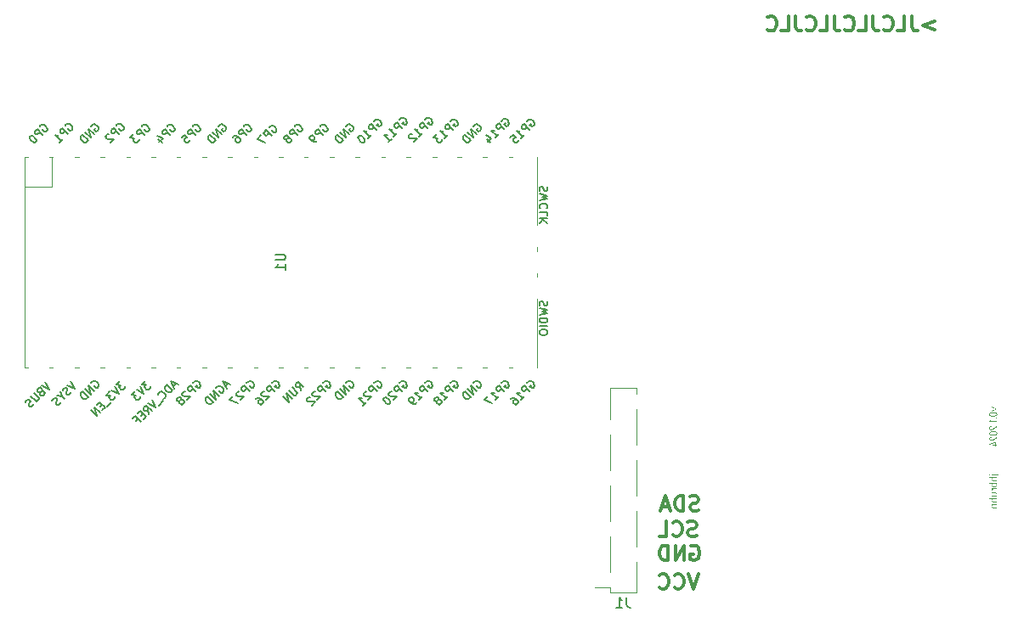
<source format=gbr>
%TF.GenerationSoftware,KiCad,Pcbnew,8.0.7*%
%TF.CreationDate,2025-01-12T22:15:46+01:00*%
%TF.ProjectId,butns,6275746e-732e-46b6-9963-61645f706362,rev?*%
%TF.SameCoordinates,Original*%
%TF.FileFunction,Legend,Bot*%
%TF.FilePolarity,Positive*%
%FSLAX46Y46*%
G04 Gerber Fmt 4.6, Leading zero omitted, Abs format (unit mm)*
G04 Created by KiCad (PCBNEW 8.0.7) date 2025-01-12 22:15:46*
%MOMM*%
%LPD*%
G01*
G04 APERTURE LIST*
%ADD10C,0.300000*%
%ADD11C,0.150000*%
%ADD12C,0.120000*%
%ADD13R,2.510000X1.000000*%
%ADD14O,1.800000X1.800000*%
%ADD15O,1.500000X1.500000*%
%ADD16R,1.700000X3.500000*%
%ADD17R,3.500000X1.700000*%
%ADD18C,2.700000*%
G04 APERTURE END LIST*
D10*
X223473489Y-44266828D02*
X222330632Y-44695400D01*
X222330632Y-44695400D02*
X223473489Y-45123971D01*
X221187774Y-43766828D02*
X221187774Y-44838257D01*
X221187774Y-44838257D02*
X221259203Y-45052542D01*
X221259203Y-45052542D02*
X221402060Y-45195400D01*
X221402060Y-45195400D02*
X221616346Y-45266828D01*
X221616346Y-45266828D02*
X221759203Y-45266828D01*
X219759203Y-45266828D02*
X220473489Y-45266828D01*
X220473489Y-45266828D02*
X220473489Y-43766828D01*
X218402060Y-45123971D02*
X218473488Y-45195400D01*
X218473488Y-45195400D02*
X218687774Y-45266828D01*
X218687774Y-45266828D02*
X218830631Y-45266828D01*
X218830631Y-45266828D02*
X219044917Y-45195400D01*
X219044917Y-45195400D02*
X219187774Y-45052542D01*
X219187774Y-45052542D02*
X219259203Y-44909685D01*
X219259203Y-44909685D02*
X219330631Y-44623971D01*
X219330631Y-44623971D02*
X219330631Y-44409685D01*
X219330631Y-44409685D02*
X219259203Y-44123971D01*
X219259203Y-44123971D02*
X219187774Y-43981114D01*
X219187774Y-43981114D02*
X219044917Y-43838257D01*
X219044917Y-43838257D02*
X218830631Y-43766828D01*
X218830631Y-43766828D02*
X218687774Y-43766828D01*
X218687774Y-43766828D02*
X218473488Y-43838257D01*
X218473488Y-43838257D02*
X218402060Y-43909685D01*
X217330631Y-43766828D02*
X217330631Y-44838257D01*
X217330631Y-44838257D02*
X217402060Y-45052542D01*
X217402060Y-45052542D02*
X217544917Y-45195400D01*
X217544917Y-45195400D02*
X217759203Y-45266828D01*
X217759203Y-45266828D02*
X217902060Y-45266828D01*
X215902060Y-45266828D02*
X216616346Y-45266828D01*
X216616346Y-45266828D02*
X216616346Y-43766828D01*
X214544917Y-45123971D02*
X214616345Y-45195400D01*
X214616345Y-45195400D02*
X214830631Y-45266828D01*
X214830631Y-45266828D02*
X214973488Y-45266828D01*
X214973488Y-45266828D02*
X215187774Y-45195400D01*
X215187774Y-45195400D02*
X215330631Y-45052542D01*
X215330631Y-45052542D02*
X215402060Y-44909685D01*
X215402060Y-44909685D02*
X215473488Y-44623971D01*
X215473488Y-44623971D02*
X215473488Y-44409685D01*
X215473488Y-44409685D02*
X215402060Y-44123971D01*
X215402060Y-44123971D02*
X215330631Y-43981114D01*
X215330631Y-43981114D02*
X215187774Y-43838257D01*
X215187774Y-43838257D02*
X214973488Y-43766828D01*
X214973488Y-43766828D02*
X214830631Y-43766828D01*
X214830631Y-43766828D02*
X214616345Y-43838257D01*
X214616345Y-43838257D02*
X214544917Y-43909685D01*
X213473488Y-43766828D02*
X213473488Y-44838257D01*
X213473488Y-44838257D02*
X213544917Y-45052542D01*
X213544917Y-45052542D02*
X213687774Y-45195400D01*
X213687774Y-45195400D02*
X213902060Y-45266828D01*
X213902060Y-45266828D02*
X214044917Y-45266828D01*
X212044917Y-45266828D02*
X212759203Y-45266828D01*
X212759203Y-45266828D02*
X212759203Y-43766828D01*
X210687774Y-45123971D02*
X210759202Y-45195400D01*
X210759202Y-45195400D02*
X210973488Y-45266828D01*
X210973488Y-45266828D02*
X211116345Y-45266828D01*
X211116345Y-45266828D02*
X211330631Y-45195400D01*
X211330631Y-45195400D02*
X211473488Y-45052542D01*
X211473488Y-45052542D02*
X211544917Y-44909685D01*
X211544917Y-44909685D02*
X211616345Y-44623971D01*
X211616345Y-44623971D02*
X211616345Y-44409685D01*
X211616345Y-44409685D02*
X211544917Y-44123971D01*
X211544917Y-44123971D02*
X211473488Y-43981114D01*
X211473488Y-43981114D02*
X211330631Y-43838257D01*
X211330631Y-43838257D02*
X211116345Y-43766828D01*
X211116345Y-43766828D02*
X210973488Y-43766828D01*
X210973488Y-43766828D02*
X210759202Y-43838257D01*
X210759202Y-43838257D02*
X210687774Y-43909685D01*
X209616345Y-43766828D02*
X209616345Y-44838257D01*
X209616345Y-44838257D02*
X209687774Y-45052542D01*
X209687774Y-45052542D02*
X209830631Y-45195400D01*
X209830631Y-45195400D02*
X210044917Y-45266828D01*
X210044917Y-45266828D02*
X210187774Y-45266828D01*
X208187774Y-45266828D02*
X208902060Y-45266828D01*
X208902060Y-45266828D02*
X208902060Y-43766828D01*
X206830631Y-45123971D02*
X206902059Y-45195400D01*
X206902059Y-45195400D02*
X207116345Y-45266828D01*
X207116345Y-45266828D02*
X207259202Y-45266828D01*
X207259202Y-45266828D02*
X207473488Y-45195400D01*
X207473488Y-45195400D02*
X207616345Y-45052542D01*
X207616345Y-45052542D02*
X207687774Y-44909685D01*
X207687774Y-44909685D02*
X207759202Y-44623971D01*
X207759202Y-44623971D02*
X207759202Y-44409685D01*
X207759202Y-44409685D02*
X207687774Y-44123971D01*
X207687774Y-44123971D02*
X207616345Y-43981114D01*
X207616345Y-43981114D02*
X207473488Y-43838257D01*
X207473488Y-43838257D02*
X207259202Y-43766828D01*
X207259202Y-43766828D02*
X207116345Y-43766828D01*
X207116345Y-43766828D02*
X206902059Y-43838257D01*
X206902059Y-43838257D02*
X206830631Y-43909685D01*
X199959938Y-93062900D02*
X199745653Y-93134328D01*
X199745653Y-93134328D02*
X199388510Y-93134328D01*
X199388510Y-93134328D02*
X199245653Y-93062900D01*
X199245653Y-93062900D02*
X199174224Y-92991471D01*
X199174224Y-92991471D02*
X199102795Y-92848614D01*
X199102795Y-92848614D02*
X199102795Y-92705757D01*
X199102795Y-92705757D02*
X199174224Y-92562900D01*
X199174224Y-92562900D02*
X199245653Y-92491471D01*
X199245653Y-92491471D02*
X199388510Y-92420042D01*
X199388510Y-92420042D02*
X199674224Y-92348614D01*
X199674224Y-92348614D02*
X199817081Y-92277185D01*
X199817081Y-92277185D02*
X199888510Y-92205757D01*
X199888510Y-92205757D02*
X199959938Y-92062900D01*
X199959938Y-92062900D02*
X199959938Y-91920042D01*
X199959938Y-91920042D02*
X199888510Y-91777185D01*
X199888510Y-91777185D02*
X199817081Y-91705757D01*
X199817081Y-91705757D02*
X199674224Y-91634328D01*
X199674224Y-91634328D02*
X199317081Y-91634328D01*
X199317081Y-91634328D02*
X199102795Y-91705757D01*
X198459939Y-93134328D02*
X198459939Y-91634328D01*
X198459939Y-91634328D02*
X198102796Y-91634328D01*
X198102796Y-91634328D02*
X197888510Y-91705757D01*
X197888510Y-91705757D02*
X197745653Y-91848614D01*
X197745653Y-91848614D02*
X197674224Y-91991471D01*
X197674224Y-91991471D02*
X197602796Y-92277185D01*
X197602796Y-92277185D02*
X197602796Y-92491471D01*
X197602796Y-92491471D02*
X197674224Y-92777185D01*
X197674224Y-92777185D02*
X197745653Y-92920042D01*
X197745653Y-92920042D02*
X197888510Y-93062900D01*
X197888510Y-93062900D02*
X198102796Y-93134328D01*
X198102796Y-93134328D02*
X198459939Y-93134328D01*
X197031367Y-92705757D02*
X196317082Y-92705757D01*
X197174224Y-93134328D02*
X196674224Y-91634328D01*
X196674224Y-91634328D02*
X196174224Y-93134328D01*
X199750501Y-95602900D02*
X199536216Y-95674328D01*
X199536216Y-95674328D02*
X199179073Y-95674328D01*
X199179073Y-95674328D02*
X199036216Y-95602900D01*
X199036216Y-95602900D02*
X198964787Y-95531471D01*
X198964787Y-95531471D02*
X198893358Y-95388614D01*
X198893358Y-95388614D02*
X198893358Y-95245757D01*
X198893358Y-95245757D02*
X198964787Y-95102900D01*
X198964787Y-95102900D02*
X199036216Y-95031471D01*
X199036216Y-95031471D02*
X199179073Y-94960042D01*
X199179073Y-94960042D02*
X199464787Y-94888614D01*
X199464787Y-94888614D02*
X199607644Y-94817185D01*
X199607644Y-94817185D02*
X199679073Y-94745757D01*
X199679073Y-94745757D02*
X199750501Y-94602900D01*
X199750501Y-94602900D02*
X199750501Y-94460042D01*
X199750501Y-94460042D02*
X199679073Y-94317185D01*
X199679073Y-94317185D02*
X199607644Y-94245757D01*
X199607644Y-94245757D02*
X199464787Y-94174328D01*
X199464787Y-94174328D02*
X199107644Y-94174328D01*
X199107644Y-94174328D02*
X198893358Y-94245757D01*
X197393359Y-95531471D02*
X197464787Y-95602900D01*
X197464787Y-95602900D02*
X197679073Y-95674328D01*
X197679073Y-95674328D02*
X197821930Y-95674328D01*
X197821930Y-95674328D02*
X198036216Y-95602900D01*
X198036216Y-95602900D02*
X198179073Y-95460042D01*
X198179073Y-95460042D02*
X198250502Y-95317185D01*
X198250502Y-95317185D02*
X198321930Y-95031471D01*
X198321930Y-95031471D02*
X198321930Y-94817185D01*
X198321930Y-94817185D02*
X198250502Y-94531471D01*
X198250502Y-94531471D02*
X198179073Y-94388614D01*
X198179073Y-94388614D02*
X198036216Y-94245757D01*
X198036216Y-94245757D02*
X197821930Y-94174328D01*
X197821930Y-94174328D02*
X197679073Y-94174328D01*
X197679073Y-94174328D02*
X197464787Y-94245757D01*
X197464787Y-94245757D02*
X197393359Y-94317185D01*
X196036216Y-95674328D02*
X196750502Y-95674328D01*
X196750502Y-95674328D02*
X196750502Y-94174328D01*
X199205939Y-96649757D02*
X199348797Y-96578328D01*
X199348797Y-96578328D02*
X199563082Y-96578328D01*
X199563082Y-96578328D02*
X199777368Y-96649757D01*
X199777368Y-96649757D02*
X199920225Y-96792614D01*
X199920225Y-96792614D02*
X199991654Y-96935471D01*
X199991654Y-96935471D02*
X200063082Y-97221185D01*
X200063082Y-97221185D02*
X200063082Y-97435471D01*
X200063082Y-97435471D02*
X199991654Y-97721185D01*
X199991654Y-97721185D02*
X199920225Y-97864042D01*
X199920225Y-97864042D02*
X199777368Y-98006900D01*
X199777368Y-98006900D02*
X199563082Y-98078328D01*
X199563082Y-98078328D02*
X199420225Y-98078328D01*
X199420225Y-98078328D02*
X199205939Y-98006900D01*
X199205939Y-98006900D02*
X199134511Y-97935471D01*
X199134511Y-97935471D02*
X199134511Y-97435471D01*
X199134511Y-97435471D02*
X199420225Y-97435471D01*
X198491654Y-98078328D02*
X198491654Y-96578328D01*
X198491654Y-96578328D02*
X197634511Y-98078328D01*
X197634511Y-98078328D02*
X197634511Y-96578328D01*
X196920225Y-98078328D02*
X196920225Y-96578328D01*
X196920225Y-96578328D02*
X196563082Y-96578328D01*
X196563082Y-96578328D02*
X196348796Y-96649757D01*
X196348796Y-96649757D02*
X196205939Y-96792614D01*
X196205939Y-96792614D02*
X196134510Y-96935471D01*
X196134510Y-96935471D02*
X196063082Y-97221185D01*
X196063082Y-97221185D02*
X196063082Y-97435471D01*
X196063082Y-97435471D02*
X196134510Y-97721185D01*
X196134510Y-97721185D02*
X196205939Y-97864042D01*
X196205939Y-97864042D02*
X196348796Y-98006900D01*
X196348796Y-98006900D02*
X196563082Y-98078328D01*
X196563082Y-98078328D02*
X196920225Y-98078328D01*
X199920224Y-99428328D02*
X199420224Y-100928328D01*
X199420224Y-100928328D02*
X198920224Y-99428328D01*
X197563082Y-100785471D02*
X197634510Y-100856900D01*
X197634510Y-100856900D02*
X197848796Y-100928328D01*
X197848796Y-100928328D02*
X197991653Y-100928328D01*
X197991653Y-100928328D02*
X198205939Y-100856900D01*
X198205939Y-100856900D02*
X198348796Y-100714042D01*
X198348796Y-100714042D02*
X198420225Y-100571185D01*
X198420225Y-100571185D02*
X198491653Y-100285471D01*
X198491653Y-100285471D02*
X198491653Y-100071185D01*
X198491653Y-100071185D02*
X198420225Y-99785471D01*
X198420225Y-99785471D02*
X198348796Y-99642614D01*
X198348796Y-99642614D02*
X198205939Y-99499757D01*
X198205939Y-99499757D02*
X197991653Y-99428328D01*
X197991653Y-99428328D02*
X197848796Y-99428328D01*
X197848796Y-99428328D02*
X197634510Y-99499757D01*
X197634510Y-99499757D02*
X197563082Y-99571185D01*
X196063082Y-100785471D02*
X196134510Y-100856900D01*
X196134510Y-100856900D02*
X196348796Y-100928328D01*
X196348796Y-100928328D02*
X196491653Y-100928328D01*
X196491653Y-100928328D02*
X196705939Y-100856900D01*
X196705939Y-100856900D02*
X196848796Y-100714042D01*
X196848796Y-100714042D02*
X196920225Y-100571185D01*
X196920225Y-100571185D02*
X196991653Y-100285471D01*
X196991653Y-100285471D02*
X196991653Y-100071185D01*
X196991653Y-100071185D02*
X196920225Y-99785471D01*
X196920225Y-99785471D02*
X196848796Y-99642614D01*
X196848796Y-99642614D02*
X196705939Y-99499757D01*
X196705939Y-99499757D02*
X196491653Y-99428328D01*
X196491653Y-99428328D02*
X196348796Y-99428328D01*
X196348796Y-99428328D02*
X196134510Y-99499757D01*
X196134510Y-99499757D02*
X196063082Y-99571185D01*
D11*
G36*
X229139175Y-82754628D02*
G01*
X229706991Y-82950609D01*
X229706991Y-83018997D01*
X229139175Y-83214977D01*
X229139175Y-83133107D01*
X229595030Y-82985389D01*
X229139175Y-82837475D01*
X229139175Y-82754628D01*
G37*
G36*
X229515016Y-83306240D02*
G01*
X229554916Y-83311557D01*
X229601339Y-83324160D01*
X229640019Y-83343064D01*
X229670959Y-83368270D01*
X229694160Y-83399777D01*
X229709626Y-83437586D01*
X229717357Y-83481696D01*
X229718323Y-83506114D01*
X229714458Y-83553586D01*
X229702860Y-83594735D01*
X229683527Y-83629560D01*
X229656457Y-83658058D01*
X229621647Y-83680227D01*
X229579096Y-83696065D01*
X229528800Y-83705570D01*
X229485996Y-83708540D01*
X229470759Y-83708738D01*
X229166139Y-83708738D01*
X229122670Y-83706956D01*
X229083485Y-83701609D01*
X229037900Y-83688938D01*
X228999924Y-83669934D01*
X228969552Y-83644600D01*
X228942274Y-83604034D01*
X228928995Y-83564466D01*
X228923306Y-83518575D01*
X228923069Y-83506114D01*
X228996928Y-83506114D01*
X229002115Y-83546336D01*
X229021575Y-83582666D01*
X229040696Y-83598927D01*
X229077585Y-83614946D01*
X229118001Y-83623107D01*
X229161681Y-83626624D01*
X229186265Y-83627063D01*
X229455127Y-83627063D01*
X229496869Y-83625717D01*
X229537811Y-83620881D01*
X229578789Y-83609890D01*
X229600696Y-83598927D01*
X229628936Y-83570138D01*
X229642191Y-83532710D01*
X229644269Y-83506114D01*
X229639135Y-83465822D01*
X229619787Y-83429700D01*
X229600696Y-83413693D01*
X229563762Y-83398007D01*
X229523305Y-83390017D01*
X229479655Y-83386573D01*
X229455127Y-83386142D01*
X229186265Y-83386142D01*
X229144445Y-83387461D01*
X229103504Y-83392196D01*
X229062581Y-83402958D01*
X229040696Y-83413693D01*
X229012386Y-83442115D01*
X228999029Y-83479445D01*
X228996928Y-83506114D01*
X228923069Y-83506114D01*
X228926861Y-83458853D01*
X228938242Y-83417894D01*
X228957216Y-83383236D01*
X228991618Y-83348775D01*
X229027693Y-83328295D01*
X229071375Y-83314117D01*
X229122670Y-83306240D01*
X229166139Y-83304468D01*
X229470759Y-83304468D01*
X229515016Y-83306240D01*
G37*
G36*
X229604018Y-83841606D02*
G01*
X229706991Y-83841606D01*
X229706991Y-83940281D01*
X229604018Y-83940281D01*
X229604018Y-83841606D01*
G37*
G36*
X229028386Y-84188822D02*
G01*
X229706991Y-84188822D01*
X229706991Y-84269520D01*
X228934206Y-84269520D01*
X228934206Y-84187845D01*
X229036202Y-84055563D01*
X229128037Y-84055563D01*
X229028386Y-84188822D01*
G37*
G36*
X229640947Y-84676917D02*
G01*
X229706991Y-84676917D01*
X229706991Y-85068878D01*
X229634304Y-85068878D01*
X229634304Y-84777740D01*
X229311708Y-85001662D01*
X229277691Y-85024551D01*
X229241956Y-85043952D01*
X229223194Y-85052074D01*
X229185111Y-85063534D01*
X229145232Y-85068613D01*
X229133508Y-85068878D01*
X229114555Y-85068878D01*
X229072550Y-85064911D01*
X229033798Y-85053012D01*
X229017053Y-85044844D01*
X228984654Y-85021848D01*
X228958367Y-84991964D01*
X228948275Y-84975870D01*
X228931955Y-84937281D01*
X228924275Y-84897746D01*
X228923069Y-84872897D01*
X228926400Y-84830356D01*
X228936380Y-84792395D01*
X228955533Y-84755117D01*
X228976216Y-84730064D01*
X229008877Y-84704316D01*
X229046903Y-84687048D01*
X229085270Y-84678774D01*
X229116900Y-84676917D01*
X229141519Y-84676917D01*
X229141519Y-84757419D01*
X229121198Y-84757419D01*
X229079230Y-84761696D01*
X229040812Y-84777437D01*
X229027800Y-84787706D01*
X229004825Y-84820990D01*
X228996039Y-84860907D01*
X228995755Y-84870553D01*
X229001160Y-84909851D01*
X229020757Y-84946402D01*
X229028386Y-84954572D01*
X229061196Y-84976050D01*
X229099901Y-84985259D01*
X229116900Y-84986031D01*
X229133508Y-84986031D01*
X229173814Y-84981222D01*
X229211686Y-84968672D01*
X229246640Y-84950977D01*
X229269112Y-84936791D01*
X229640947Y-84676917D01*
G37*
G36*
X229515016Y-85210162D02*
G01*
X229554916Y-85215479D01*
X229601339Y-85228081D01*
X229640019Y-85246986D01*
X229670959Y-85272192D01*
X229694160Y-85303699D01*
X229709626Y-85341508D01*
X229717357Y-85385618D01*
X229718323Y-85410036D01*
X229714458Y-85457508D01*
X229702860Y-85498657D01*
X229683527Y-85533482D01*
X229656457Y-85561980D01*
X229621647Y-85584149D01*
X229579096Y-85599987D01*
X229528800Y-85609491D01*
X229485996Y-85612462D01*
X229470759Y-85612660D01*
X229166139Y-85612660D01*
X229122670Y-85610878D01*
X229083485Y-85605531D01*
X229037900Y-85592860D01*
X228999924Y-85573856D01*
X228969552Y-85548522D01*
X228942274Y-85507956D01*
X228928995Y-85468388D01*
X228923306Y-85422497D01*
X228923069Y-85410036D01*
X228996928Y-85410036D01*
X229002115Y-85450258D01*
X229021575Y-85486588D01*
X229040696Y-85502849D01*
X229077585Y-85518868D01*
X229118001Y-85527029D01*
X229161681Y-85530546D01*
X229186265Y-85530985D01*
X229455127Y-85530985D01*
X229496869Y-85529639D01*
X229537811Y-85524803D01*
X229578789Y-85513812D01*
X229600696Y-85502849D01*
X229628936Y-85474060D01*
X229642191Y-85436631D01*
X229644269Y-85410036D01*
X229639135Y-85369744D01*
X229619787Y-85333622D01*
X229600696Y-85317615D01*
X229563762Y-85301929D01*
X229523305Y-85293938D01*
X229479655Y-85290495D01*
X229455127Y-85290064D01*
X229186265Y-85290064D01*
X229144445Y-85291383D01*
X229103504Y-85296118D01*
X229062581Y-85306880D01*
X229040696Y-85317615D01*
X229012386Y-85346037D01*
X228999029Y-85383367D01*
X228996928Y-85410036D01*
X228923069Y-85410036D01*
X228926861Y-85362775D01*
X228938242Y-85321816D01*
X228957216Y-85287158D01*
X228991618Y-85252697D01*
X229027693Y-85232217D01*
X229071375Y-85218039D01*
X229122670Y-85210162D01*
X229166139Y-85208389D01*
X229470759Y-85208389D01*
X229515016Y-85210162D01*
G37*
G36*
X229640947Y-85752367D02*
G01*
X229706991Y-85752367D01*
X229706991Y-86144328D01*
X229634304Y-86144328D01*
X229634304Y-85853190D01*
X229311708Y-86077112D01*
X229277691Y-86100001D01*
X229241956Y-86119402D01*
X229223194Y-86127524D01*
X229185111Y-86138984D01*
X229145232Y-86144063D01*
X229133508Y-86144328D01*
X229114555Y-86144328D01*
X229072550Y-86140362D01*
X229033798Y-86128462D01*
X229017053Y-86120294D01*
X228984654Y-86097298D01*
X228958367Y-86067414D01*
X228948275Y-86051320D01*
X228931955Y-86012731D01*
X228924275Y-85973196D01*
X228923069Y-85948348D01*
X228926400Y-85905807D01*
X228936380Y-85867845D01*
X228955533Y-85830567D01*
X228976216Y-85805514D01*
X229008877Y-85779766D01*
X229046903Y-85762498D01*
X229085270Y-85754224D01*
X229116900Y-85752367D01*
X229141519Y-85752367D01*
X229141519Y-85832869D01*
X229121198Y-85832869D01*
X229079230Y-85837146D01*
X229040812Y-85852887D01*
X229027800Y-85863156D01*
X229004825Y-85896440D01*
X228996039Y-85936357D01*
X228995755Y-85946003D01*
X229001160Y-85985301D01*
X229020757Y-86021852D01*
X229028386Y-86030022D01*
X229061196Y-86051500D01*
X229099901Y-86060709D01*
X229116900Y-86061481D01*
X229133508Y-86061481D01*
X229173814Y-86056672D01*
X229211686Y-86044122D01*
X229246640Y-86026427D01*
X229269112Y-86012241D01*
X229640947Y-85752367D01*
G37*
G36*
X229555951Y-86717224D02*
G01*
X229481896Y-86717224D01*
X229481896Y-86633204D01*
X229271457Y-86633204D01*
X229271457Y-86551530D01*
X229481896Y-86551530D01*
X229481896Y-86343239D01*
X228934206Y-86574977D01*
X228934206Y-86493302D01*
X229481896Y-86261369D01*
X229555951Y-86261369D01*
X229555951Y-86551530D01*
X229706991Y-86551530D01*
X229706991Y-86633204D01*
X229555951Y-86633204D01*
X229555951Y-86717224D01*
G37*
G36*
X228934206Y-89488502D02*
G01*
X229035030Y-89488502D01*
X229035030Y-89569200D01*
X228934206Y-89569200D01*
X228934206Y-89488502D01*
G37*
G36*
X229807814Y-89374392D02*
G01*
X229877374Y-89374392D01*
X229877374Y-89428125D01*
X229873653Y-89467652D01*
X229859365Y-89506722D01*
X229839272Y-89532270D01*
X229805822Y-89554060D01*
X229766562Y-89565199D01*
X229728288Y-89568027D01*
X229139175Y-89568027D01*
X229139175Y-89491824D01*
X229723794Y-89491824D01*
X229763645Y-89487133D01*
X229787688Y-89475020D01*
X229806233Y-89439945D01*
X229807814Y-89420309D01*
X229807814Y-89374392D01*
G37*
G36*
X228934206Y-89744273D02*
G01*
X229706991Y-89744273D01*
X229706991Y-89820477D01*
X229345316Y-89820477D01*
X229305038Y-89824032D01*
X229264916Y-89837718D01*
X229238240Y-89857016D01*
X229213950Y-89890511D01*
X229202519Y-89928471D01*
X229200724Y-89953736D01*
X229205141Y-89993005D01*
X229221662Y-90031084D01*
X229237849Y-90050065D01*
X229273382Y-90072612D01*
X229312120Y-90082681D01*
X229345316Y-90084845D01*
X229706991Y-90084845D01*
X229706991Y-90161049D01*
X229334178Y-90161049D01*
X229294093Y-90158665D01*
X229253418Y-90150101D01*
X229214185Y-90133022D01*
X229185092Y-90111224D01*
X229159713Y-90080136D01*
X229142613Y-90042929D01*
X229134385Y-90004717D01*
X229132531Y-89972884D01*
X229136178Y-89931130D01*
X229149275Y-89889182D01*
X229171898Y-89853388D01*
X229204047Y-89823749D01*
X229208735Y-89820477D01*
X228934206Y-89820477D01*
X228934206Y-89744273D01*
G37*
G36*
X229706991Y-90405096D02*
G01*
X229631959Y-90405096D01*
X229663834Y-90428574D01*
X229690698Y-90462344D01*
X229707342Y-90503514D01*
X229713509Y-90545609D01*
X229713829Y-90558676D01*
X229710279Y-90598720D01*
X229697811Y-90639302D01*
X229676398Y-90675155D01*
X229657165Y-90696429D01*
X229624928Y-90719910D01*
X229584796Y-90736705D01*
X229543218Y-90745901D01*
X229502789Y-90749689D01*
X229480919Y-90750163D01*
X229364269Y-90750163D01*
X229321560Y-90748227D01*
X229277390Y-90741082D01*
X229239289Y-90728687D01*
X229203146Y-90708107D01*
X229188023Y-90695257D01*
X229160660Y-90661835D01*
X229142226Y-90623246D01*
X229133357Y-90584628D01*
X229131359Y-90553010D01*
X229132424Y-90542849D01*
X229200724Y-90542849D01*
X229206637Y-90587382D01*
X229224372Y-90622716D01*
X229253920Y-90648843D01*
X229295273Y-90665756D01*
X229338748Y-90672805D01*
X229368763Y-90673959D01*
X229476425Y-90673959D01*
X229516057Y-90671981D01*
X229558156Y-90663944D01*
X229597766Y-90646138D01*
X229628949Y-90614113D01*
X229642803Y-90577019D01*
X229645441Y-90547344D01*
X229640805Y-90507186D01*
X229624993Y-90470508D01*
X229597960Y-90441635D01*
X229561922Y-90420803D01*
X229523589Y-90409399D01*
X229484524Y-90405239D01*
X229475253Y-90405096D01*
X229375602Y-90405096D01*
X229333309Y-90407837D01*
X229292299Y-90417330D01*
X229254461Y-90435654D01*
X229248400Y-90439877D01*
X229219405Y-90470586D01*
X229204517Y-90507083D01*
X229200724Y-90542849D01*
X229132424Y-90542849D01*
X229135639Y-90512170D01*
X229149799Y-90473392D01*
X229153829Y-90466255D01*
X229179200Y-90434087D01*
X229210907Y-90409621D01*
X229218700Y-90405096D01*
X228934206Y-90405096D01*
X228934206Y-90328893D01*
X229706991Y-90328893D01*
X229706991Y-90405096D01*
G37*
G36*
X229139175Y-90899444D02*
G01*
X229706991Y-90899444D01*
X229706991Y-90975648D01*
X229347465Y-90975648D01*
X229305789Y-90979950D01*
X229266914Y-90994495D01*
X229242343Y-91012187D01*
X229216155Y-91045308D01*
X229203318Y-91085667D01*
X229201896Y-91106757D01*
X229205738Y-91145954D01*
X229210884Y-91164985D01*
X229134681Y-91164985D01*
X229131362Y-91124897D01*
X229131359Y-91123561D01*
X229135302Y-91083235D01*
X229148354Y-91044098D01*
X229152071Y-91036806D01*
X229176345Y-91003885D01*
X229207601Y-90979201D01*
X229215378Y-90974671D01*
X229139175Y-90974671D01*
X229139175Y-90899444D01*
G37*
G36*
X229658337Y-91329116D02*
G01*
X229685134Y-91362458D01*
X229701613Y-91398833D01*
X229711167Y-91441587D01*
X229713829Y-91484259D01*
X229711167Y-91527764D01*
X229703187Y-91566196D01*
X229687572Y-91603874D01*
X229661746Y-91638257D01*
X229658337Y-91641551D01*
X229623325Y-91666771D01*
X229585720Y-91682259D01*
X229541995Y-91691225D01*
X229498700Y-91693722D01*
X229139175Y-91693722D01*
X229139175Y-91617518D01*
X229488735Y-91617518D01*
X229530692Y-91615111D01*
X229569403Y-91606813D01*
X229604917Y-91589089D01*
X229607339Y-91587232D01*
X229632009Y-91555848D01*
X229643618Y-91514753D01*
X229645441Y-91485431D01*
X229641612Y-91444616D01*
X229626942Y-91406368D01*
X229606362Y-91383436D01*
X229571394Y-91365009D01*
X229529689Y-91355556D01*
X229488735Y-91353150D01*
X229139175Y-91353150D01*
X229139175Y-91276946D01*
X229498700Y-91276946D01*
X229541995Y-91279442D01*
X229580590Y-91286931D01*
X229618959Y-91301604D01*
X229654828Y-91325906D01*
X229658337Y-91329116D01*
G37*
G36*
X228934206Y-91861565D02*
G01*
X229706991Y-91861565D01*
X229706991Y-91937769D01*
X229345316Y-91937769D01*
X229305038Y-91941324D01*
X229264916Y-91955011D01*
X229238240Y-91974308D01*
X229213950Y-92007803D01*
X229202519Y-92045763D01*
X229200724Y-92071028D01*
X229205141Y-92110297D01*
X229221662Y-92148377D01*
X229237849Y-92167357D01*
X229273382Y-92189904D01*
X229312120Y-92199973D01*
X229345316Y-92202138D01*
X229706991Y-92202138D01*
X229706991Y-92278341D01*
X229334178Y-92278341D01*
X229294093Y-92275957D01*
X229253418Y-92267393D01*
X229214185Y-92250315D01*
X229185092Y-92228516D01*
X229159713Y-92197429D01*
X229142613Y-92160221D01*
X229134385Y-92122009D01*
X229132531Y-92090177D01*
X229136178Y-92048423D01*
X229149275Y-92006474D01*
X229171898Y-91970680D01*
X229204047Y-91941041D01*
X229208735Y-91937769D01*
X228934206Y-91937769D01*
X228934206Y-91861565D01*
G37*
G36*
X229139175Y-92446185D02*
G01*
X229706991Y-92446185D01*
X229706991Y-92522389D01*
X229345316Y-92522389D01*
X229305038Y-92525944D01*
X229264916Y-92539630D01*
X229238240Y-92558928D01*
X229213950Y-92592423D01*
X229202519Y-92630383D01*
X229200724Y-92655648D01*
X229205141Y-92694917D01*
X229221662Y-92732996D01*
X229237849Y-92751977D01*
X229273382Y-92774524D01*
X229312120Y-92784593D01*
X229345316Y-92786757D01*
X229706991Y-92786757D01*
X229706991Y-92862961D01*
X229334178Y-92862961D01*
X229294522Y-92860633D01*
X229254130Y-92852271D01*
X229214954Y-92835594D01*
X229185679Y-92814308D01*
X229160016Y-92783484D01*
X229142725Y-92746075D01*
X229134405Y-92707295D01*
X229132531Y-92674796D01*
X229136138Y-92633507D01*
X229147024Y-92595808D01*
X229151485Y-92585697D01*
X229173575Y-92551765D01*
X229204046Y-92524547D01*
X229208735Y-92521412D01*
X229139175Y-92521412D01*
X229139175Y-92446185D01*
G37*
X192778333Y-101765816D02*
X192778333Y-102480101D01*
X192778333Y-102480101D02*
X192825952Y-102622958D01*
X192825952Y-102622958D02*
X192921190Y-102718197D01*
X192921190Y-102718197D02*
X193064047Y-102765816D01*
X193064047Y-102765816D02*
X193159285Y-102765816D01*
X191778333Y-102765816D02*
X192349761Y-102765816D01*
X192064047Y-102765816D02*
X192064047Y-101765816D01*
X192064047Y-101765816D02*
X192159285Y-101908673D01*
X192159285Y-101908673D02*
X192254523Y-102003911D01*
X192254523Y-102003911D02*
X192349761Y-102051530D01*
X157804819Y-67538095D02*
X158614342Y-67538095D01*
X158614342Y-67538095D02*
X158709580Y-67585714D01*
X158709580Y-67585714D02*
X158757200Y-67633333D01*
X158757200Y-67633333D02*
X158804819Y-67728571D01*
X158804819Y-67728571D02*
X158804819Y-67919047D01*
X158804819Y-67919047D02*
X158757200Y-68014285D01*
X158757200Y-68014285D02*
X158709580Y-68061904D01*
X158709580Y-68061904D02*
X158614342Y-68109523D01*
X158614342Y-68109523D02*
X157804819Y-68109523D01*
X158804819Y-69109523D02*
X158804819Y-68538095D01*
X158804819Y-68823809D02*
X157804819Y-68823809D01*
X157804819Y-68823809D02*
X157947676Y-68728571D01*
X157947676Y-68728571D02*
X158042914Y-68633333D01*
X158042914Y-68633333D02*
X158090533Y-68538095D01*
X170170868Y-54143998D02*
X170197805Y-54063185D01*
X170197805Y-54063185D02*
X170278618Y-53982373D01*
X170278618Y-53982373D02*
X170386367Y-53928498D01*
X170386367Y-53928498D02*
X170494117Y-53928498D01*
X170494117Y-53928498D02*
X170574929Y-53955436D01*
X170574929Y-53955436D02*
X170709616Y-54036248D01*
X170709616Y-54036248D02*
X170790428Y-54117060D01*
X170790428Y-54117060D02*
X170871241Y-54251747D01*
X170871241Y-54251747D02*
X170898178Y-54332560D01*
X170898178Y-54332560D02*
X170898178Y-54440309D01*
X170898178Y-54440309D02*
X170844303Y-54548059D01*
X170844303Y-54548059D02*
X170790428Y-54601934D01*
X170790428Y-54601934D02*
X170682679Y-54655808D01*
X170682679Y-54655808D02*
X170628804Y-54655808D01*
X170628804Y-54655808D02*
X170440242Y-54467247D01*
X170440242Y-54467247D02*
X170547992Y-54359497D01*
X170440242Y-54952120D02*
X169874557Y-54386434D01*
X169874557Y-54386434D02*
X169659057Y-54601934D01*
X169659057Y-54601934D02*
X169632120Y-54682746D01*
X169632120Y-54682746D02*
X169632120Y-54736621D01*
X169632120Y-54736621D02*
X169659057Y-54817433D01*
X169659057Y-54817433D02*
X169739870Y-54898245D01*
X169739870Y-54898245D02*
X169820682Y-54925182D01*
X169820682Y-54925182D02*
X169874557Y-54925182D01*
X169874557Y-54925182D02*
X169955369Y-54898245D01*
X169955369Y-54898245D02*
X170170868Y-54682746D01*
X169578245Y-55814117D02*
X169901494Y-55490868D01*
X169739870Y-55652492D02*
X169174184Y-55086807D01*
X169174184Y-55086807D02*
X169308871Y-55113744D01*
X169308871Y-55113744D02*
X169416621Y-55113744D01*
X169416621Y-55113744D02*
X169497433Y-55086807D01*
X169039497Y-56352865D02*
X169362746Y-56029616D01*
X169201121Y-56191240D02*
X168635436Y-55625555D01*
X168635436Y-55625555D02*
X168770123Y-55652492D01*
X168770123Y-55652492D02*
X168877873Y-55652492D01*
X168877873Y-55652492D02*
X168958685Y-55625555D01*
X153091240Y-80451873D02*
X152821866Y-80721247D01*
X153306739Y-80559623D02*
X152552492Y-80182499D01*
X152552492Y-80182499D02*
X152929615Y-80936746D01*
X151905994Y-80882871D02*
X151932932Y-80802059D01*
X151932932Y-80802059D02*
X152013744Y-80721247D01*
X152013744Y-80721247D02*
X152121494Y-80667372D01*
X152121494Y-80667372D02*
X152229243Y-80667372D01*
X152229243Y-80667372D02*
X152310055Y-80694310D01*
X152310055Y-80694310D02*
X152444742Y-80775122D01*
X152444742Y-80775122D02*
X152525555Y-80855934D01*
X152525555Y-80855934D02*
X152606367Y-80990621D01*
X152606367Y-80990621D02*
X152633304Y-81071433D01*
X152633304Y-81071433D02*
X152633304Y-81179183D01*
X152633304Y-81179183D02*
X152579429Y-81286932D01*
X152579429Y-81286932D02*
X152525555Y-81340807D01*
X152525555Y-81340807D02*
X152417805Y-81394682D01*
X152417805Y-81394682D02*
X152363930Y-81394682D01*
X152363930Y-81394682D02*
X152175368Y-81206120D01*
X152175368Y-81206120D02*
X152283118Y-81098371D01*
X152175368Y-81690993D02*
X151609683Y-81125308D01*
X151609683Y-81125308D02*
X151852120Y-82014242D01*
X151852120Y-82014242D02*
X151286434Y-81448557D01*
X151582746Y-82283616D02*
X151017060Y-81717931D01*
X151017060Y-81717931D02*
X150882373Y-81852618D01*
X150882373Y-81852618D02*
X150828498Y-81960367D01*
X150828498Y-81960367D02*
X150828498Y-82068117D01*
X150828498Y-82068117D02*
X150855436Y-82148929D01*
X150855436Y-82148929D02*
X150936248Y-82283616D01*
X150936248Y-82283616D02*
X151017060Y-82364428D01*
X151017060Y-82364428D02*
X151151747Y-82445241D01*
X151151747Y-82445241D02*
X151232560Y-82472178D01*
X151232560Y-82472178D02*
X151340309Y-82472178D01*
X151340309Y-82472178D02*
X151448059Y-82418303D01*
X151448059Y-82418303D02*
X151582746Y-82283616D01*
X177548431Y-80386435D02*
X177575368Y-80305623D01*
X177575368Y-80305623D02*
X177656180Y-80224811D01*
X177656180Y-80224811D02*
X177763930Y-80170936D01*
X177763930Y-80170936D02*
X177871680Y-80170936D01*
X177871680Y-80170936D02*
X177952492Y-80197873D01*
X177952492Y-80197873D02*
X178087179Y-80278685D01*
X178087179Y-80278685D02*
X178167991Y-80359498D01*
X178167991Y-80359498D02*
X178248803Y-80494185D01*
X178248803Y-80494185D02*
X178275741Y-80574997D01*
X178275741Y-80574997D02*
X178275741Y-80682746D01*
X178275741Y-80682746D02*
X178221866Y-80790496D01*
X178221866Y-80790496D02*
X178167991Y-80844371D01*
X178167991Y-80844371D02*
X178060241Y-80898246D01*
X178060241Y-80898246D02*
X178006367Y-80898246D01*
X178006367Y-80898246D02*
X177817805Y-80709684D01*
X177817805Y-80709684D02*
X177925554Y-80601934D01*
X177817805Y-81194557D02*
X177252119Y-80628872D01*
X177252119Y-80628872D02*
X177494556Y-81517806D01*
X177494556Y-81517806D02*
X176928871Y-80952120D01*
X177225182Y-81787180D02*
X176659497Y-81221494D01*
X176659497Y-81221494D02*
X176524810Y-81356181D01*
X176524810Y-81356181D02*
X176470935Y-81463931D01*
X176470935Y-81463931D02*
X176470935Y-81571680D01*
X176470935Y-81571680D02*
X176497872Y-81652493D01*
X176497872Y-81652493D02*
X176578685Y-81787180D01*
X176578685Y-81787180D02*
X176659497Y-81867992D01*
X176659497Y-81867992D02*
X176794184Y-81948804D01*
X176794184Y-81948804D02*
X176874996Y-81975741D01*
X176874996Y-81975741D02*
X176982746Y-81975741D01*
X176982746Y-81975741D02*
X177090495Y-81921867D01*
X177090495Y-81921867D02*
X177225182Y-81787180D01*
X134877585Y-80253406D02*
X135254709Y-81007653D01*
X135254709Y-81007653D02*
X134500462Y-80630529D01*
X134392712Y-81277027D02*
X134338838Y-81384776D01*
X134338838Y-81384776D02*
X134338838Y-81438651D01*
X134338838Y-81438651D02*
X134365775Y-81519463D01*
X134365775Y-81519463D02*
X134446587Y-81600276D01*
X134446587Y-81600276D02*
X134527399Y-81627213D01*
X134527399Y-81627213D02*
X134581274Y-81627213D01*
X134581274Y-81627213D02*
X134662086Y-81600276D01*
X134662086Y-81600276D02*
X134877586Y-81384776D01*
X134877586Y-81384776D02*
X134311900Y-80819091D01*
X134311900Y-80819091D02*
X134123338Y-81007653D01*
X134123338Y-81007653D02*
X134096401Y-81088465D01*
X134096401Y-81088465D02*
X134096401Y-81142340D01*
X134096401Y-81142340D02*
X134123338Y-81223152D01*
X134123338Y-81223152D02*
X134177213Y-81277027D01*
X134177213Y-81277027D02*
X134258025Y-81303964D01*
X134258025Y-81303964D02*
X134311900Y-81303964D01*
X134311900Y-81303964D02*
X134392712Y-81277027D01*
X134392712Y-81277027D02*
X134581274Y-81088465D01*
X133746215Y-81384776D02*
X134204151Y-81842712D01*
X134204151Y-81842712D02*
X134231088Y-81923524D01*
X134231088Y-81923524D02*
X134231088Y-81977399D01*
X134231088Y-81977399D02*
X134204151Y-82058211D01*
X134204151Y-82058211D02*
X134096401Y-82165961D01*
X134096401Y-82165961D02*
X134015589Y-82192898D01*
X134015589Y-82192898D02*
X133961714Y-82192898D01*
X133961714Y-82192898D02*
X133880902Y-82165961D01*
X133880902Y-82165961D02*
X133422966Y-81708025D01*
X133719277Y-82489210D02*
X133665403Y-82596959D01*
X133665403Y-82596959D02*
X133530716Y-82731646D01*
X133530716Y-82731646D02*
X133449903Y-82758584D01*
X133449903Y-82758584D02*
X133396029Y-82758584D01*
X133396029Y-82758584D02*
X133315216Y-82731646D01*
X133315216Y-82731646D02*
X133261342Y-82677771D01*
X133261342Y-82677771D02*
X133234404Y-82596959D01*
X133234404Y-82596959D02*
X133234404Y-82543084D01*
X133234404Y-82543084D02*
X133261342Y-82462272D01*
X133261342Y-82462272D02*
X133342154Y-82327585D01*
X133342154Y-82327585D02*
X133369091Y-82246773D01*
X133369091Y-82246773D02*
X133369091Y-82192898D01*
X133369091Y-82192898D02*
X133342154Y-82112086D01*
X133342154Y-82112086D02*
X133288279Y-82058211D01*
X133288279Y-82058211D02*
X133207467Y-82031274D01*
X133207467Y-82031274D02*
X133153592Y-82031274D01*
X133153592Y-82031274D02*
X133072780Y-82058211D01*
X133072780Y-82058211D02*
X132938093Y-82192898D01*
X132938093Y-82192898D02*
X132884218Y-82300648D01*
X139448431Y-80386435D02*
X139475368Y-80305623D01*
X139475368Y-80305623D02*
X139556180Y-80224811D01*
X139556180Y-80224811D02*
X139663930Y-80170936D01*
X139663930Y-80170936D02*
X139771680Y-80170936D01*
X139771680Y-80170936D02*
X139852492Y-80197873D01*
X139852492Y-80197873D02*
X139987179Y-80278685D01*
X139987179Y-80278685D02*
X140067991Y-80359498D01*
X140067991Y-80359498D02*
X140148803Y-80494185D01*
X140148803Y-80494185D02*
X140175741Y-80574997D01*
X140175741Y-80574997D02*
X140175741Y-80682746D01*
X140175741Y-80682746D02*
X140121866Y-80790496D01*
X140121866Y-80790496D02*
X140067991Y-80844371D01*
X140067991Y-80844371D02*
X139960241Y-80898246D01*
X139960241Y-80898246D02*
X139906367Y-80898246D01*
X139906367Y-80898246D02*
X139717805Y-80709684D01*
X139717805Y-80709684D02*
X139825554Y-80601934D01*
X139717805Y-81194557D02*
X139152119Y-80628872D01*
X139152119Y-80628872D02*
X139394556Y-81517806D01*
X139394556Y-81517806D02*
X138828871Y-80952120D01*
X139125182Y-81787180D02*
X138559497Y-81221494D01*
X138559497Y-81221494D02*
X138424810Y-81356181D01*
X138424810Y-81356181D02*
X138370935Y-81463931D01*
X138370935Y-81463931D02*
X138370935Y-81571680D01*
X138370935Y-81571680D02*
X138397872Y-81652493D01*
X138397872Y-81652493D02*
X138478685Y-81787180D01*
X138478685Y-81787180D02*
X138559497Y-81867992D01*
X138559497Y-81867992D02*
X138694184Y-81948804D01*
X138694184Y-81948804D02*
X138774996Y-81975741D01*
X138774996Y-81975741D02*
X138882746Y-81975741D01*
X138882746Y-81975741D02*
X138990495Y-81921867D01*
X138990495Y-81921867D02*
X139125182Y-81787180D01*
X175250868Y-54289998D02*
X175277805Y-54209185D01*
X175277805Y-54209185D02*
X175358618Y-54128373D01*
X175358618Y-54128373D02*
X175466367Y-54074498D01*
X175466367Y-54074498D02*
X175574117Y-54074498D01*
X175574117Y-54074498D02*
X175654929Y-54101436D01*
X175654929Y-54101436D02*
X175789616Y-54182248D01*
X175789616Y-54182248D02*
X175870428Y-54263060D01*
X175870428Y-54263060D02*
X175951241Y-54397747D01*
X175951241Y-54397747D02*
X175978178Y-54478560D01*
X175978178Y-54478560D02*
X175978178Y-54586309D01*
X175978178Y-54586309D02*
X175924303Y-54694059D01*
X175924303Y-54694059D02*
X175870428Y-54747934D01*
X175870428Y-54747934D02*
X175762679Y-54801808D01*
X175762679Y-54801808D02*
X175708804Y-54801808D01*
X175708804Y-54801808D02*
X175520242Y-54613247D01*
X175520242Y-54613247D02*
X175627992Y-54505497D01*
X175520242Y-55098120D02*
X174954557Y-54532434D01*
X174954557Y-54532434D02*
X174739057Y-54747934D01*
X174739057Y-54747934D02*
X174712120Y-54828746D01*
X174712120Y-54828746D02*
X174712120Y-54882621D01*
X174712120Y-54882621D02*
X174739057Y-54963433D01*
X174739057Y-54963433D02*
X174819870Y-55044245D01*
X174819870Y-55044245D02*
X174900682Y-55071182D01*
X174900682Y-55071182D02*
X174954557Y-55071182D01*
X174954557Y-55071182D02*
X175035369Y-55044245D01*
X175035369Y-55044245D02*
X175250868Y-54828746D01*
X174658245Y-55960117D02*
X174981494Y-55636868D01*
X174819870Y-55798492D02*
X174254184Y-55232807D01*
X174254184Y-55232807D02*
X174388871Y-55259744D01*
X174388871Y-55259744D02*
X174496621Y-55259744D01*
X174496621Y-55259744D02*
X174577433Y-55232807D01*
X173903998Y-55582993D02*
X173553812Y-55933179D01*
X173553812Y-55933179D02*
X173957873Y-55960117D01*
X173957873Y-55960117D02*
X173877060Y-56040929D01*
X173877060Y-56040929D02*
X173850123Y-56121741D01*
X173850123Y-56121741D02*
X173850123Y-56175616D01*
X173850123Y-56175616D02*
X173877060Y-56256428D01*
X173877060Y-56256428D02*
X174011747Y-56391115D01*
X174011747Y-56391115D02*
X174092560Y-56418053D01*
X174092560Y-56418053D02*
X174146434Y-56418053D01*
X174146434Y-56418053D02*
X174227247Y-56391115D01*
X174227247Y-56391115D02*
X174388871Y-56229491D01*
X174388871Y-56229491D02*
X174415808Y-56148679D01*
X174415808Y-56148679D02*
X174415808Y-56094804D01*
X147884049Y-80455064D02*
X147614675Y-80724438D01*
X148099549Y-80562813D02*
X147345301Y-80185690D01*
X147345301Y-80185690D02*
X147722425Y-80939937D01*
X147533863Y-81128499D02*
X146968178Y-80562813D01*
X146968178Y-80562813D02*
X146833491Y-80697500D01*
X146833491Y-80697500D02*
X146779616Y-80805250D01*
X146779616Y-80805250D02*
X146779616Y-80912999D01*
X146779616Y-80912999D02*
X146806553Y-80993812D01*
X146806553Y-80993812D02*
X146887366Y-81128499D01*
X146887366Y-81128499D02*
X146968178Y-81209311D01*
X146968178Y-81209311D02*
X147102865Y-81290123D01*
X147102865Y-81290123D02*
X147183677Y-81317060D01*
X147183677Y-81317060D02*
X147291427Y-81317060D01*
X147291427Y-81317060D02*
X147399176Y-81263186D01*
X147399176Y-81263186D02*
X147533863Y-81128499D01*
X146591054Y-81963558D02*
X146644929Y-81963558D01*
X146644929Y-81963558D02*
X146752679Y-81909683D01*
X146752679Y-81909683D02*
X146806553Y-81855808D01*
X146806553Y-81855808D02*
X146860428Y-81748059D01*
X146860428Y-81748059D02*
X146860428Y-81640309D01*
X146860428Y-81640309D02*
X146833491Y-81559497D01*
X146833491Y-81559497D02*
X146752679Y-81424810D01*
X146752679Y-81424810D02*
X146671866Y-81343998D01*
X146671866Y-81343998D02*
X146537179Y-81263186D01*
X146537179Y-81263186D02*
X146456367Y-81236248D01*
X146456367Y-81236248D02*
X146348618Y-81236248D01*
X146348618Y-81236248D02*
X146240868Y-81290123D01*
X146240868Y-81290123D02*
X146186993Y-81343998D01*
X146186993Y-81343998D02*
X146133118Y-81451747D01*
X146133118Y-81451747D02*
X146133118Y-81505622D01*
X146591054Y-82179057D02*
X146160056Y-82610056D01*
X145486621Y-82044370D02*
X145863744Y-82798618D01*
X145863744Y-82798618D02*
X145109497Y-82421494D01*
X145163372Y-83498990D02*
X145082560Y-83041054D01*
X145486621Y-83175741D02*
X144920935Y-82610056D01*
X144920935Y-82610056D02*
X144705436Y-82825555D01*
X144705436Y-82825555D02*
X144678499Y-82906367D01*
X144678499Y-82906367D02*
X144678499Y-82960242D01*
X144678499Y-82960242D02*
X144705436Y-83041054D01*
X144705436Y-83041054D02*
X144786248Y-83121866D01*
X144786248Y-83121866D02*
X144867061Y-83148804D01*
X144867061Y-83148804D02*
X144920935Y-83148804D01*
X144920935Y-83148804D02*
X145001748Y-83121866D01*
X145001748Y-83121866D02*
X145217247Y-82906367D01*
X144624624Y-83445115D02*
X144436062Y-83633677D01*
X144651561Y-84010800D02*
X144920935Y-83741426D01*
X144920935Y-83741426D02*
X144355250Y-83175741D01*
X144355250Y-83175741D02*
X144085876Y-83445115D01*
X143924251Y-84145488D02*
X144112813Y-83956926D01*
X144409125Y-84253237D02*
X143843439Y-83687552D01*
X143843439Y-83687552D02*
X143574065Y-83956926D01*
X147041494Y-54813372D02*
X147068431Y-54732560D01*
X147068431Y-54732560D02*
X147149243Y-54651748D01*
X147149243Y-54651748D02*
X147256993Y-54597873D01*
X147256993Y-54597873D02*
X147364742Y-54597873D01*
X147364742Y-54597873D02*
X147445555Y-54624810D01*
X147445555Y-54624810D02*
X147580242Y-54705623D01*
X147580242Y-54705623D02*
X147661054Y-54786435D01*
X147661054Y-54786435D02*
X147741866Y-54921122D01*
X147741866Y-54921122D02*
X147768803Y-55001934D01*
X147768803Y-55001934D02*
X147768803Y-55109684D01*
X147768803Y-55109684D02*
X147714929Y-55217433D01*
X147714929Y-55217433D02*
X147661054Y-55271308D01*
X147661054Y-55271308D02*
X147553304Y-55325183D01*
X147553304Y-55325183D02*
X147499429Y-55325183D01*
X147499429Y-55325183D02*
X147310868Y-55136621D01*
X147310868Y-55136621D02*
X147418617Y-55028871D01*
X147310868Y-55621494D02*
X146745182Y-55055809D01*
X146745182Y-55055809D02*
X146529683Y-55271308D01*
X146529683Y-55271308D02*
X146502746Y-55352120D01*
X146502746Y-55352120D02*
X146502746Y-55405995D01*
X146502746Y-55405995D02*
X146529683Y-55486807D01*
X146529683Y-55486807D02*
X146610495Y-55567619D01*
X146610495Y-55567619D02*
X146691307Y-55594557D01*
X146691307Y-55594557D02*
X146745182Y-55594557D01*
X146745182Y-55594557D02*
X146825994Y-55567619D01*
X146825994Y-55567619D02*
X147041494Y-55352120D01*
X146125622Y-56052493D02*
X146502746Y-56429616D01*
X146044810Y-55702306D02*
X146583558Y-55971680D01*
X146583558Y-55971680D02*
X146233372Y-56321867D01*
X157171494Y-54913372D02*
X157198431Y-54832560D01*
X157198431Y-54832560D02*
X157279243Y-54751748D01*
X157279243Y-54751748D02*
X157386993Y-54697873D01*
X157386993Y-54697873D02*
X157494742Y-54697873D01*
X157494742Y-54697873D02*
X157575555Y-54724810D01*
X157575555Y-54724810D02*
X157710242Y-54805623D01*
X157710242Y-54805623D02*
X157791054Y-54886435D01*
X157791054Y-54886435D02*
X157871866Y-55021122D01*
X157871866Y-55021122D02*
X157898803Y-55101934D01*
X157898803Y-55101934D02*
X157898803Y-55209684D01*
X157898803Y-55209684D02*
X157844929Y-55317433D01*
X157844929Y-55317433D02*
X157791054Y-55371308D01*
X157791054Y-55371308D02*
X157683304Y-55425183D01*
X157683304Y-55425183D02*
X157629429Y-55425183D01*
X157629429Y-55425183D02*
X157440868Y-55236621D01*
X157440868Y-55236621D02*
X157548617Y-55128871D01*
X157440868Y-55721494D02*
X156875182Y-55155809D01*
X156875182Y-55155809D02*
X156659683Y-55371308D01*
X156659683Y-55371308D02*
X156632746Y-55452120D01*
X156632746Y-55452120D02*
X156632746Y-55505995D01*
X156632746Y-55505995D02*
X156659683Y-55586807D01*
X156659683Y-55586807D02*
X156740495Y-55667619D01*
X156740495Y-55667619D02*
X156821307Y-55694557D01*
X156821307Y-55694557D02*
X156875182Y-55694557D01*
X156875182Y-55694557D02*
X156955994Y-55667619D01*
X156955994Y-55667619D02*
X157171494Y-55452120D01*
X156363372Y-55667619D02*
X155986248Y-56044743D01*
X155986248Y-56044743D02*
X156794370Y-56367992D01*
X182870868Y-54289998D02*
X182897805Y-54209185D01*
X182897805Y-54209185D02*
X182978618Y-54128373D01*
X182978618Y-54128373D02*
X183086367Y-54074498D01*
X183086367Y-54074498D02*
X183194117Y-54074498D01*
X183194117Y-54074498D02*
X183274929Y-54101436D01*
X183274929Y-54101436D02*
X183409616Y-54182248D01*
X183409616Y-54182248D02*
X183490428Y-54263060D01*
X183490428Y-54263060D02*
X183571241Y-54397747D01*
X183571241Y-54397747D02*
X183598178Y-54478560D01*
X183598178Y-54478560D02*
X183598178Y-54586309D01*
X183598178Y-54586309D02*
X183544303Y-54694059D01*
X183544303Y-54694059D02*
X183490428Y-54747934D01*
X183490428Y-54747934D02*
X183382679Y-54801808D01*
X183382679Y-54801808D02*
X183328804Y-54801808D01*
X183328804Y-54801808D02*
X183140242Y-54613247D01*
X183140242Y-54613247D02*
X183247992Y-54505497D01*
X183140242Y-55098120D02*
X182574557Y-54532434D01*
X182574557Y-54532434D02*
X182359057Y-54747934D01*
X182359057Y-54747934D02*
X182332120Y-54828746D01*
X182332120Y-54828746D02*
X182332120Y-54882621D01*
X182332120Y-54882621D02*
X182359057Y-54963433D01*
X182359057Y-54963433D02*
X182439870Y-55044245D01*
X182439870Y-55044245D02*
X182520682Y-55071182D01*
X182520682Y-55071182D02*
X182574557Y-55071182D01*
X182574557Y-55071182D02*
X182655369Y-55044245D01*
X182655369Y-55044245D02*
X182870868Y-54828746D01*
X182278245Y-55960117D02*
X182601494Y-55636868D01*
X182439870Y-55798492D02*
X181874184Y-55232807D01*
X181874184Y-55232807D02*
X182008871Y-55259744D01*
X182008871Y-55259744D02*
X182116621Y-55259744D01*
X182116621Y-55259744D02*
X182197433Y-55232807D01*
X181200749Y-55906242D02*
X181470123Y-55636868D01*
X181470123Y-55636868D02*
X181766434Y-55879305D01*
X181766434Y-55879305D02*
X181712560Y-55879305D01*
X181712560Y-55879305D02*
X181631747Y-55906242D01*
X181631747Y-55906242D02*
X181497060Y-56040929D01*
X181497060Y-56040929D02*
X181470123Y-56121741D01*
X181470123Y-56121741D02*
X181470123Y-56175616D01*
X181470123Y-56175616D02*
X181497060Y-56256428D01*
X181497060Y-56256428D02*
X181631747Y-56391115D01*
X181631747Y-56391115D02*
X181712560Y-56418053D01*
X181712560Y-56418053D02*
X181766434Y-56418053D01*
X181766434Y-56418053D02*
X181847247Y-56391115D01*
X181847247Y-56391115D02*
X181981934Y-56256428D01*
X181981934Y-56256428D02*
X182008871Y-56175616D01*
X182008871Y-56175616D02*
X182008871Y-56121741D01*
X180330868Y-80397998D02*
X180357805Y-80317185D01*
X180357805Y-80317185D02*
X180438618Y-80236373D01*
X180438618Y-80236373D02*
X180546367Y-80182498D01*
X180546367Y-80182498D02*
X180654117Y-80182498D01*
X180654117Y-80182498D02*
X180734929Y-80209436D01*
X180734929Y-80209436D02*
X180869616Y-80290248D01*
X180869616Y-80290248D02*
X180950428Y-80371060D01*
X180950428Y-80371060D02*
X181031241Y-80505747D01*
X181031241Y-80505747D02*
X181058178Y-80586560D01*
X181058178Y-80586560D02*
X181058178Y-80694309D01*
X181058178Y-80694309D02*
X181004303Y-80802059D01*
X181004303Y-80802059D02*
X180950428Y-80855934D01*
X180950428Y-80855934D02*
X180842679Y-80909808D01*
X180842679Y-80909808D02*
X180788804Y-80909808D01*
X180788804Y-80909808D02*
X180600242Y-80721247D01*
X180600242Y-80721247D02*
X180707992Y-80613497D01*
X180600242Y-81206120D02*
X180034557Y-80640434D01*
X180034557Y-80640434D02*
X179819057Y-80855934D01*
X179819057Y-80855934D02*
X179792120Y-80936746D01*
X179792120Y-80936746D02*
X179792120Y-80990621D01*
X179792120Y-80990621D02*
X179819057Y-81071433D01*
X179819057Y-81071433D02*
X179899870Y-81152245D01*
X179899870Y-81152245D02*
X179980682Y-81179182D01*
X179980682Y-81179182D02*
X180034557Y-81179182D01*
X180034557Y-81179182D02*
X180115369Y-81152245D01*
X180115369Y-81152245D02*
X180330868Y-80936746D01*
X179738245Y-82068117D02*
X180061494Y-81744868D01*
X179899870Y-81906492D02*
X179334184Y-81340807D01*
X179334184Y-81340807D02*
X179468871Y-81367744D01*
X179468871Y-81367744D02*
X179576621Y-81367744D01*
X179576621Y-81367744D02*
X179657433Y-81340807D01*
X178983998Y-81690993D02*
X178606874Y-82068117D01*
X178606874Y-82068117D02*
X179414996Y-82391366D01*
X157470868Y-80397998D02*
X157497805Y-80317185D01*
X157497805Y-80317185D02*
X157578618Y-80236373D01*
X157578618Y-80236373D02*
X157686367Y-80182498D01*
X157686367Y-80182498D02*
X157794117Y-80182498D01*
X157794117Y-80182498D02*
X157874929Y-80209436D01*
X157874929Y-80209436D02*
X158009616Y-80290248D01*
X158009616Y-80290248D02*
X158090428Y-80371060D01*
X158090428Y-80371060D02*
X158171241Y-80505747D01*
X158171241Y-80505747D02*
X158198178Y-80586560D01*
X158198178Y-80586560D02*
X158198178Y-80694309D01*
X158198178Y-80694309D02*
X158144303Y-80802059D01*
X158144303Y-80802059D02*
X158090428Y-80855934D01*
X158090428Y-80855934D02*
X157982679Y-80909808D01*
X157982679Y-80909808D02*
X157928804Y-80909808D01*
X157928804Y-80909808D02*
X157740242Y-80721247D01*
X157740242Y-80721247D02*
X157847992Y-80613497D01*
X157740242Y-81206120D02*
X157174557Y-80640434D01*
X157174557Y-80640434D02*
X156959057Y-80855934D01*
X156959057Y-80855934D02*
X156932120Y-80936746D01*
X156932120Y-80936746D02*
X156932120Y-80990621D01*
X156932120Y-80990621D02*
X156959057Y-81071433D01*
X156959057Y-81071433D02*
X157039870Y-81152245D01*
X157039870Y-81152245D02*
X157120682Y-81179182D01*
X157120682Y-81179182D02*
X157174557Y-81179182D01*
X157174557Y-81179182D02*
X157255369Y-81152245D01*
X157255369Y-81152245D02*
X157470868Y-80936746D01*
X156689683Y-81233057D02*
X156635809Y-81233057D01*
X156635809Y-81233057D02*
X156554996Y-81259995D01*
X156554996Y-81259995D02*
X156420309Y-81394682D01*
X156420309Y-81394682D02*
X156393372Y-81475494D01*
X156393372Y-81475494D02*
X156393372Y-81529369D01*
X156393372Y-81529369D02*
X156420309Y-81610181D01*
X156420309Y-81610181D02*
X156474184Y-81664056D01*
X156474184Y-81664056D02*
X156581934Y-81717930D01*
X156581934Y-81717930D02*
X157228431Y-81717930D01*
X157228431Y-81717930D02*
X156878245Y-82068117D01*
X155827686Y-81987305D02*
X155935436Y-81879555D01*
X155935436Y-81879555D02*
X156016248Y-81852618D01*
X156016248Y-81852618D02*
X156070123Y-81852618D01*
X156070123Y-81852618D02*
X156204810Y-81879555D01*
X156204810Y-81879555D02*
X156339497Y-81960367D01*
X156339497Y-81960367D02*
X156554996Y-82175866D01*
X156554996Y-82175866D02*
X156581934Y-82256679D01*
X156581934Y-82256679D02*
X156581934Y-82310553D01*
X156581934Y-82310553D02*
X156554996Y-82391366D01*
X156554996Y-82391366D02*
X156447247Y-82499115D01*
X156447247Y-82499115D02*
X156366434Y-82526053D01*
X156366434Y-82526053D02*
X156312560Y-82526053D01*
X156312560Y-82526053D02*
X156231747Y-82499115D01*
X156231747Y-82499115D02*
X156097060Y-82364428D01*
X156097060Y-82364428D02*
X156070123Y-82283616D01*
X156070123Y-82283616D02*
X156070123Y-82229741D01*
X156070123Y-82229741D02*
X156097060Y-82148929D01*
X156097060Y-82148929D02*
X156204810Y-82041179D01*
X156204810Y-82041179D02*
X156285622Y-82014242D01*
X156285622Y-82014242D02*
X156339497Y-82014242D01*
X156339497Y-82014242D02*
X156420309Y-82041179D01*
X184874200Y-60790475D02*
X184912295Y-60904761D01*
X184912295Y-60904761D02*
X184912295Y-61095237D01*
X184912295Y-61095237D02*
X184874200Y-61171428D01*
X184874200Y-61171428D02*
X184836104Y-61209523D01*
X184836104Y-61209523D02*
X184759914Y-61247618D01*
X184759914Y-61247618D02*
X184683723Y-61247618D01*
X184683723Y-61247618D02*
X184607533Y-61209523D01*
X184607533Y-61209523D02*
X184569438Y-61171428D01*
X184569438Y-61171428D02*
X184531342Y-61095237D01*
X184531342Y-61095237D02*
X184493247Y-60942856D01*
X184493247Y-60942856D02*
X184455152Y-60866666D01*
X184455152Y-60866666D02*
X184417057Y-60828571D01*
X184417057Y-60828571D02*
X184340866Y-60790475D01*
X184340866Y-60790475D02*
X184264676Y-60790475D01*
X184264676Y-60790475D02*
X184188485Y-60828571D01*
X184188485Y-60828571D02*
X184150390Y-60866666D01*
X184150390Y-60866666D02*
X184112295Y-60942856D01*
X184112295Y-60942856D02*
X184112295Y-61133333D01*
X184112295Y-61133333D02*
X184150390Y-61247618D01*
X184112295Y-61514285D02*
X184912295Y-61704761D01*
X184912295Y-61704761D02*
X184340866Y-61857142D01*
X184340866Y-61857142D02*
X184912295Y-62009523D01*
X184912295Y-62009523D02*
X184112295Y-62200000D01*
X184836104Y-62961905D02*
X184874200Y-62923809D01*
X184874200Y-62923809D02*
X184912295Y-62809524D01*
X184912295Y-62809524D02*
X184912295Y-62733333D01*
X184912295Y-62733333D02*
X184874200Y-62619047D01*
X184874200Y-62619047D02*
X184798009Y-62542857D01*
X184798009Y-62542857D02*
X184721819Y-62504762D01*
X184721819Y-62504762D02*
X184569438Y-62466666D01*
X184569438Y-62466666D02*
X184455152Y-62466666D01*
X184455152Y-62466666D02*
X184302771Y-62504762D01*
X184302771Y-62504762D02*
X184226580Y-62542857D01*
X184226580Y-62542857D02*
X184150390Y-62619047D01*
X184150390Y-62619047D02*
X184112295Y-62733333D01*
X184112295Y-62733333D02*
X184112295Y-62809524D01*
X184112295Y-62809524D02*
X184150390Y-62923809D01*
X184150390Y-62923809D02*
X184188485Y-62961905D01*
X184912295Y-63685714D02*
X184912295Y-63304762D01*
X184912295Y-63304762D02*
X184112295Y-63304762D01*
X184912295Y-63952381D02*
X184112295Y-63952381D01*
X184912295Y-64409524D02*
X184455152Y-64066666D01*
X184112295Y-64409524D02*
X184569438Y-63952381D01*
X142308584Y-80222407D02*
X141958398Y-80572593D01*
X141958398Y-80572593D02*
X142362459Y-80599531D01*
X142362459Y-80599531D02*
X142281646Y-80680343D01*
X142281646Y-80680343D02*
X142254709Y-80761155D01*
X142254709Y-80761155D02*
X142254709Y-80815030D01*
X142254709Y-80815030D02*
X142281646Y-80895842D01*
X142281646Y-80895842D02*
X142416333Y-81030529D01*
X142416333Y-81030529D02*
X142497146Y-81057467D01*
X142497146Y-81057467D02*
X142551020Y-81057467D01*
X142551020Y-81057467D02*
X142631833Y-81030529D01*
X142631833Y-81030529D02*
X142793457Y-80868905D01*
X142793457Y-80868905D02*
X142820394Y-80788093D01*
X142820394Y-80788093D02*
X142820394Y-80734218D01*
X141796773Y-80734218D02*
X142173897Y-81488465D01*
X142173897Y-81488465D02*
X141419649Y-81111342D01*
X141284963Y-81246028D02*
X140934776Y-81596215D01*
X140934776Y-81596215D02*
X141338837Y-81623152D01*
X141338837Y-81623152D02*
X141258025Y-81703964D01*
X141258025Y-81703964D02*
X141231088Y-81784776D01*
X141231088Y-81784776D02*
X141231088Y-81838651D01*
X141231088Y-81838651D02*
X141258025Y-81919464D01*
X141258025Y-81919464D02*
X141392712Y-82054151D01*
X141392712Y-82054151D02*
X141473524Y-82081088D01*
X141473524Y-82081088D02*
X141527399Y-82081088D01*
X141527399Y-82081088D02*
X141608211Y-82054151D01*
X141608211Y-82054151D02*
X141769836Y-81892526D01*
X141769836Y-81892526D02*
X141796773Y-81811714D01*
X141796773Y-81811714D02*
X141796773Y-81757839D01*
X141446587Y-82323525D02*
X141015588Y-82754523D01*
X140530715Y-82539024D02*
X140342153Y-82727586D01*
X140557652Y-83104709D02*
X140827026Y-82835335D01*
X140827026Y-82835335D02*
X140261341Y-82269650D01*
X140261341Y-82269650D02*
X139991967Y-82539024D01*
X140315215Y-83347146D02*
X139749530Y-82781461D01*
X139749530Y-82781461D02*
X139991967Y-83670395D01*
X139991967Y-83670395D02*
X139426281Y-83104710D01*
X144840868Y-80190123D02*
X144490682Y-80540309D01*
X144490682Y-80540309D02*
X144894743Y-80567247D01*
X144894743Y-80567247D02*
X144813931Y-80648059D01*
X144813931Y-80648059D02*
X144786993Y-80728871D01*
X144786993Y-80728871D02*
X144786993Y-80782746D01*
X144786993Y-80782746D02*
X144813931Y-80863558D01*
X144813931Y-80863558D02*
X144948618Y-80998245D01*
X144948618Y-80998245D02*
X145029430Y-81025182D01*
X145029430Y-81025182D02*
X145083305Y-81025182D01*
X145083305Y-81025182D02*
X145164117Y-80998245D01*
X145164117Y-80998245D02*
X145325741Y-80836621D01*
X145325741Y-80836621D02*
X145352679Y-80755808D01*
X145352679Y-80755808D02*
X145352679Y-80701934D01*
X144329057Y-80701934D02*
X144706181Y-81456181D01*
X144706181Y-81456181D02*
X143951934Y-81079057D01*
X143817247Y-81213744D02*
X143467061Y-81563930D01*
X143467061Y-81563930D02*
X143871122Y-81590868D01*
X143871122Y-81590868D02*
X143790309Y-81671680D01*
X143790309Y-81671680D02*
X143763372Y-81752492D01*
X143763372Y-81752492D02*
X143763372Y-81806367D01*
X143763372Y-81806367D02*
X143790309Y-81887179D01*
X143790309Y-81887179D02*
X143924996Y-82021866D01*
X143924996Y-82021866D02*
X144005809Y-82048804D01*
X144005809Y-82048804D02*
X144059683Y-82048804D01*
X144059683Y-82048804D02*
X144140496Y-82021866D01*
X144140496Y-82021866D02*
X144302120Y-81860242D01*
X144302120Y-81860242D02*
X144329057Y-81779430D01*
X144329057Y-81779430D02*
X144329057Y-81725555D01*
X159741494Y-54813372D02*
X159768431Y-54732560D01*
X159768431Y-54732560D02*
X159849243Y-54651748D01*
X159849243Y-54651748D02*
X159956993Y-54597873D01*
X159956993Y-54597873D02*
X160064742Y-54597873D01*
X160064742Y-54597873D02*
X160145555Y-54624810D01*
X160145555Y-54624810D02*
X160280242Y-54705623D01*
X160280242Y-54705623D02*
X160361054Y-54786435D01*
X160361054Y-54786435D02*
X160441866Y-54921122D01*
X160441866Y-54921122D02*
X160468803Y-55001934D01*
X160468803Y-55001934D02*
X160468803Y-55109684D01*
X160468803Y-55109684D02*
X160414929Y-55217433D01*
X160414929Y-55217433D02*
X160361054Y-55271308D01*
X160361054Y-55271308D02*
X160253304Y-55325183D01*
X160253304Y-55325183D02*
X160199429Y-55325183D01*
X160199429Y-55325183D02*
X160010868Y-55136621D01*
X160010868Y-55136621D02*
X160118617Y-55028871D01*
X160010868Y-55621494D02*
X159445182Y-55055809D01*
X159445182Y-55055809D02*
X159229683Y-55271308D01*
X159229683Y-55271308D02*
X159202746Y-55352120D01*
X159202746Y-55352120D02*
X159202746Y-55405995D01*
X159202746Y-55405995D02*
X159229683Y-55486807D01*
X159229683Y-55486807D02*
X159310495Y-55567619D01*
X159310495Y-55567619D02*
X159391307Y-55594557D01*
X159391307Y-55594557D02*
X159445182Y-55594557D01*
X159445182Y-55594557D02*
X159525994Y-55567619D01*
X159525994Y-55567619D02*
X159741494Y-55352120D01*
X159041121Y-55944743D02*
X159068059Y-55863931D01*
X159068059Y-55863931D02*
X159068059Y-55810056D01*
X159068059Y-55810056D02*
X159041121Y-55729244D01*
X159041121Y-55729244D02*
X159014184Y-55702306D01*
X159014184Y-55702306D02*
X158933372Y-55675369D01*
X158933372Y-55675369D02*
X158879497Y-55675369D01*
X158879497Y-55675369D02*
X158798685Y-55702306D01*
X158798685Y-55702306D02*
X158690935Y-55810056D01*
X158690935Y-55810056D02*
X158663998Y-55890868D01*
X158663998Y-55890868D02*
X158663998Y-55944743D01*
X158663998Y-55944743D02*
X158690935Y-56025555D01*
X158690935Y-56025555D02*
X158717872Y-56052493D01*
X158717872Y-56052493D02*
X158798685Y-56079430D01*
X158798685Y-56079430D02*
X158852559Y-56079430D01*
X158852559Y-56079430D02*
X158933372Y-56052493D01*
X158933372Y-56052493D02*
X159041121Y-55944743D01*
X159041121Y-55944743D02*
X159121933Y-55917806D01*
X159121933Y-55917806D02*
X159175808Y-55917806D01*
X159175808Y-55917806D02*
X159256620Y-55944743D01*
X159256620Y-55944743D02*
X159364370Y-56052493D01*
X159364370Y-56052493D02*
X159391307Y-56133305D01*
X159391307Y-56133305D02*
X159391307Y-56187180D01*
X159391307Y-56187180D02*
X159364370Y-56267992D01*
X159364370Y-56267992D02*
X159256620Y-56375741D01*
X159256620Y-56375741D02*
X159175808Y-56402679D01*
X159175808Y-56402679D02*
X159121933Y-56402679D01*
X159121933Y-56402679D02*
X159041121Y-56375741D01*
X159041121Y-56375741D02*
X158933372Y-56267992D01*
X158933372Y-56267992D02*
X158906434Y-56187180D01*
X158906434Y-56187180D02*
X158906434Y-56133305D01*
X158906434Y-56133305D02*
X158933372Y-56052493D01*
X182870868Y-80397998D02*
X182897805Y-80317185D01*
X182897805Y-80317185D02*
X182978618Y-80236373D01*
X182978618Y-80236373D02*
X183086367Y-80182498D01*
X183086367Y-80182498D02*
X183194117Y-80182498D01*
X183194117Y-80182498D02*
X183274929Y-80209436D01*
X183274929Y-80209436D02*
X183409616Y-80290248D01*
X183409616Y-80290248D02*
X183490428Y-80371060D01*
X183490428Y-80371060D02*
X183571241Y-80505747D01*
X183571241Y-80505747D02*
X183598178Y-80586560D01*
X183598178Y-80586560D02*
X183598178Y-80694309D01*
X183598178Y-80694309D02*
X183544303Y-80802059D01*
X183544303Y-80802059D02*
X183490428Y-80855934D01*
X183490428Y-80855934D02*
X183382679Y-80909808D01*
X183382679Y-80909808D02*
X183328804Y-80909808D01*
X183328804Y-80909808D02*
X183140242Y-80721247D01*
X183140242Y-80721247D02*
X183247992Y-80613497D01*
X183140242Y-81206120D02*
X182574557Y-80640434D01*
X182574557Y-80640434D02*
X182359057Y-80855934D01*
X182359057Y-80855934D02*
X182332120Y-80936746D01*
X182332120Y-80936746D02*
X182332120Y-80990621D01*
X182332120Y-80990621D02*
X182359057Y-81071433D01*
X182359057Y-81071433D02*
X182439870Y-81152245D01*
X182439870Y-81152245D02*
X182520682Y-81179182D01*
X182520682Y-81179182D02*
X182574557Y-81179182D01*
X182574557Y-81179182D02*
X182655369Y-81152245D01*
X182655369Y-81152245D02*
X182870868Y-80936746D01*
X182278245Y-82068117D02*
X182601494Y-81744868D01*
X182439870Y-81906492D02*
X181874184Y-81340807D01*
X181874184Y-81340807D02*
X182008871Y-81367744D01*
X182008871Y-81367744D02*
X182116621Y-81367744D01*
X182116621Y-81367744D02*
X182197433Y-81340807D01*
X181227686Y-81987305D02*
X181335436Y-81879555D01*
X181335436Y-81879555D02*
X181416248Y-81852618D01*
X181416248Y-81852618D02*
X181470123Y-81852618D01*
X181470123Y-81852618D02*
X181604810Y-81879555D01*
X181604810Y-81879555D02*
X181739497Y-81960367D01*
X181739497Y-81960367D02*
X181954996Y-82175866D01*
X181954996Y-82175866D02*
X181981934Y-82256679D01*
X181981934Y-82256679D02*
X181981934Y-82310553D01*
X181981934Y-82310553D02*
X181954996Y-82391366D01*
X181954996Y-82391366D02*
X181847247Y-82499115D01*
X181847247Y-82499115D02*
X181766434Y-82526053D01*
X181766434Y-82526053D02*
X181712560Y-82526053D01*
X181712560Y-82526053D02*
X181631747Y-82499115D01*
X181631747Y-82499115D02*
X181497060Y-82364428D01*
X181497060Y-82364428D02*
X181470123Y-82283616D01*
X181470123Y-82283616D02*
X181470123Y-82229741D01*
X181470123Y-82229741D02*
X181497060Y-82148929D01*
X181497060Y-82148929D02*
X181604810Y-82041179D01*
X181604810Y-82041179D02*
X181685622Y-82014242D01*
X181685622Y-82014242D02*
X181739497Y-82014242D01*
X181739497Y-82014242D02*
X181820309Y-82041179D01*
X164848431Y-80386435D02*
X164875368Y-80305623D01*
X164875368Y-80305623D02*
X164956180Y-80224811D01*
X164956180Y-80224811D02*
X165063930Y-80170936D01*
X165063930Y-80170936D02*
X165171680Y-80170936D01*
X165171680Y-80170936D02*
X165252492Y-80197873D01*
X165252492Y-80197873D02*
X165387179Y-80278685D01*
X165387179Y-80278685D02*
X165467991Y-80359498D01*
X165467991Y-80359498D02*
X165548803Y-80494185D01*
X165548803Y-80494185D02*
X165575741Y-80574997D01*
X165575741Y-80574997D02*
X165575741Y-80682746D01*
X165575741Y-80682746D02*
X165521866Y-80790496D01*
X165521866Y-80790496D02*
X165467991Y-80844371D01*
X165467991Y-80844371D02*
X165360241Y-80898246D01*
X165360241Y-80898246D02*
X165306367Y-80898246D01*
X165306367Y-80898246D02*
X165117805Y-80709684D01*
X165117805Y-80709684D02*
X165225554Y-80601934D01*
X165117805Y-81194557D02*
X164552119Y-80628872D01*
X164552119Y-80628872D02*
X164794556Y-81517806D01*
X164794556Y-81517806D02*
X164228871Y-80952120D01*
X164525182Y-81787180D02*
X163959497Y-81221494D01*
X163959497Y-81221494D02*
X163824810Y-81356181D01*
X163824810Y-81356181D02*
X163770935Y-81463931D01*
X163770935Y-81463931D02*
X163770935Y-81571680D01*
X163770935Y-81571680D02*
X163797872Y-81652493D01*
X163797872Y-81652493D02*
X163878685Y-81787180D01*
X163878685Y-81787180D02*
X163959497Y-81867992D01*
X163959497Y-81867992D02*
X164094184Y-81948804D01*
X164094184Y-81948804D02*
X164174996Y-81975741D01*
X164174996Y-81975741D02*
X164282746Y-81975741D01*
X164282746Y-81975741D02*
X164390495Y-81921867D01*
X164390495Y-81921867D02*
X164525182Y-81787180D01*
X152148431Y-54786435D02*
X152175368Y-54705623D01*
X152175368Y-54705623D02*
X152256180Y-54624811D01*
X152256180Y-54624811D02*
X152363930Y-54570936D01*
X152363930Y-54570936D02*
X152471680Y-54570936D01*
X152471680Y-54570936D02*
X152552492Y-54597873D01*
X152552492Y-54597873D02*
X152687179Y-54678685D01*
X152687179Y-54678685D02*
X152767991Y-54759498D01*
X152767991Y-54759498D02*
X152848803Y-54894185D01*
X152848803Y-54894185D02*
X152875741Y-54974997D01*
X152875741Y-54974997D02*
X152875741Y-55082746D01*
X152875741Y-55082746D02*
X152821866Y-55190496D01*
X152821866Y-55190496D02*
X152767991Y-55244371D01*
X152767991Y-55244371D02*
X152660241Y-55298246D01*
X152660241Y-55298246D02*
X152606367Y-55298246D01*
X152606367Y-55298246D02*
X152417805Y-55109684D01*
X152417805Y-55109684D02*
X152525554Y-55001934D01*
X152417805Y-55594557D02*
X151852119Y-55028872D01*
X151852119Y-55028872D02*
X152094556Y-55917806D01*
X152094556Y-55917806D02*
X151528871Y-55352120D01*
X151825182Y-56187180D02*
X151259497Y-55621494D01*
X151259497Y-55621494D02*
X151124810Y-55756181D01*
X151124810Y-55756181D02*
X151070935Y-55863931D01*
X151070935Y-55863931D02*
X151070935Y-55971680D01*
X151070935Y-55971680D02*
X151097872Y-56052493D01*
X151097872Y-56052493D02*
X151178685Y-56187180D01*
X151178685Y-56187180D02*
X151259497Y-56267992D01*
X151259497Y-56267992D02*
X151394184Y-56348804D01*
X151394184Y-56348804D02*
X151474996Y-56375741D01*
X151474996Y-56375741D02*
X151582746Y-56375741D01*
X151582746Y-56375741D02*
X151690495Y-56321867D01*
X151690495Y-56321867D02*
X151825182Y-56187180D01*
X149596868Y-80397998D02*
X149623805Y-80317185D01*
X149623805Y-80317185D02*
X149704618Y-80236373D01*
X149704618Y-80236373D02*
X149812367Y-80182498D01*
X149812367Y-80182498D02*
X149920117Y-80182498D01*
X149920117Y-80182498D02*
X150000929Y-80209436D01*
X150000929Y-80209436D02*
X150135616Y-80290248D01*
X150135616Y-80290248D02*
X150216428Y-80371060D01*
X150216428Y-80371060D02*
X150297241Y-80505747D01*
X150297241Y-80505747D02*
X150324178Y-80586560D01*
X150324178Y-80586560D02*
X150324178Y-80694309D01*
X150324178Y-80694309D02*
X150270303Y-80802059D01*
X150270303Y-80802059D02*
X150216428Y-80855934D01*
X150216428Y-80855934D02*
X150108679Y-80909808D01*
X150108679Y-80909808D02*
X150054804Y-80909808D01*
X150054804Y-80909808D02*
X149866242Y-80721247D01*
X149866242Y-80721247D02*
X149973992Y-80613497D01*
X149866242Y-81206120D02*
X149300557Y-80640434D01*
X149300557Y-80640434D02*
X149085057Y-80855934D01*
X149085057Y-80855934D02*
X149058120Y-80936746D01*
X149058120Y-80936746D02*
X149058120Y-80990621D01*
X149058120Y-80990621D02*
X149085057Y-81071433D01*
X149085057Y-81071433D02*
X149165870Y-81152245D01*
X149165870Y-81152245D02*
X149246682Y-81179182D01*
X149246682Y-81179182D02*
X149300557Y-81179182D01*
X149300557Y-81179182D02*
X149381369Y-81152245D01*
X149381369Y-81152245D02*
X149596868Y-80936746D01*
X148815683Y-81233057D02*
X148761809Y-81233057D01*
X148761809Y-81233057D02*
X148680996Y-81259995D01*
X148680996Y-81259995D02*
X148546309Y-81394682D01*
X148546309Y-81394682D02*
X148519372Y-81475494D01*
X148519372Y-81475494D02*
X148519372Y-81529369D01*
X148519372Y-81529369D02*
X148546309Y-81610181D01*
X148546309Y-81610181D02*
X148600184Y-81664056D01*
X148600184Y-81664056D02*
X148707934Y-81717930D01*
X148707934Y-81717930D02*
X149354431Y-81717930D01*
X149354431Y-81717930D02*
X149004245Y-82068117D01*
X148357747Y-82068117D02*
X148384685Y-81987305D01*
X148384685Y-81987305D02*
X148384685Y-81933430D01*
X148384685Y-81933430D02*
X148357747Y-81852618D01*
X148357747Y-81852618D02*
X148330810Y-81825680D01*
X148330810Y-81825680D02*
X148249998Y-81798743D01*
X148249998Y-81798743D02*
X148196123Y-81798743D01*
X148196123Y-81798743D02*
X148115311Y-81825680D01*
X148115311Y-81825680D02*
X148007561Y-81933430D01*
X148007561Y-81933430D02*
X147980624Y-82014242D01*
X147980624Y-82014242D02*
X147980624Y-82068117D01*
X147980624Y-82068117D02*
X148007561Y-82148929D01*
X148007561Y-82148929D02*
X148034499Y-82175866D01*
X148034499Y-82175866D02*
X148115311Y-82202804D01*
X148115311Y-82202804D02*
X148169186Y-82202804D01*
X148169186Y-82202804D02*
X148249998Y-82175866D01*
X148249998Y-82175866D02*
X148357747Y-82068117D01*
X148357747Y-82068117D02*
X148438560Y-82041179D01*
X148438560Y-82041179D02*
X148492434Y-82041179D01*
X148492434Y-82041179D02*
X148573247Y-82068117D01*
X148573247Y-82068117D02*
X148680996Y-82175866D01*
X148680996Y-82175866D02*
X148707934Y-82256679D01*
X148707934Y-82256679D02*
X148707934Y-82310553D01*
X148707934Y-82310553D02*
X148680996Y-82391366D01*
X148680996Y-82391366D02*
X148573247Y-82499115D01*
X148573247Y-82499115D02*
X148492434Y-82526053D01*
X148492434Y-82526053D02*
X148438560Y-82526053D01*
X148438560Y-82526053D02*
X148357747Y-82499115D01*
X148357747Y-82499115D02*
X148249998Y-82391366D01*
X148249998Y-82391366D02*
X148223060Y-82310553D01*
X148223060Y-82310553D02*
X148223060Y-82256679D01*
X148223060Y-82256679D02*
X148249998Y-82175866D01*
X162281494Y-54813372D02*
X162308431Y-54732560D01*
X162308431Y-54732560D02*
X162389243Y-54651748D01*
X162389243Y-54651748D02*
X162496993Y-54597873D01*
X162496993Y-54597873D02*
X162604742Y-54597873D01*
X162604742Y-54597873D02*
X162685555Y-54624810D01*
X162685555Y-54624810D02*
X162820242Y-54705623D01*
X162820242Y-54705623D02*
X162901054Y-54786435D01*
X162901054Y-54786435D02*
X162981866Y-54921122D01*
X162981866Y-54921122D02*
X163008803Y-55001934D01*
X163008803Y-55001934D02*
X163008803Y-55109684D01*
X163008803Y-55109684D02*
X162954929Y-55217433D01*
X162954929Y-55217433D02*
X162901054Y-55271308D01*
X162901054Y-55271308D02*
X162793304Y-55325183D01*
X162793304Y-55325183D02*
X162739429Y-55325183D01*
X162739429Y-55325183D02*
X162550868Y-55136621D01*
X162550868Y-55136621D02*
X162658617Y-55028871D01*
X162550868Y-55621494D02*
X161985182Y-55055809D01*
X161985182Y-55055809D02*
X161769683Y-55271308D01*
X161769683Y-55271308D02*
X161742746Y-55352120D01*
X161742746Y-55352120D02*
X161742746Y-55405995D01*
X161742746Y-55405995D02*
X161769683Y-55486807D01*
X161769683Y-55486807D02*
X161850495Y-55567619D01*
X161850495Y-55567619D02*
X161931307Y-55594557D01*
X161931307Y-55594557D02*
X161985182Y-55594557D01*
X161985182Y-55594557D02*
X162065994Y-55567619D01*
X162065994Y-55567619D02*
X162281494Y-55352120D01*
X161958245Y-56214117D02*
X161850495Y-56321867D01*
X161850495Y-56321867D02*
X161769683Y-56348804D01*
X161769683Y-56348804D02*
X161715808Y-56348804D01*
X161715808Y-56348804D02*
X161581121Y-56321867D01*
X161581121Y-56321867D02*
X161446434Y-56241054D01*
X161446434Y-56241054D02*
X161230935Y-56025555D01*
X161230935Y-56025555D02*
X161203998Y-55944743D01*
X161203998Y-55944743D02*
X161203998Y-55890868D01*
X161203998Y-55890868D02*
X161230935Y-55810056D01*
X161230935Y-55810056D02*
X161338685Y-55702306D01*
X161338685Y-55702306D02*
X161419497Y-55675369D01*
X161419497Y-55675369D02*
X161473372Y-55675369D01*
X161473372Y-55675369D02*
X161554184Y-55702306D01*
X161554184Y-55702306D02*
X161688871Y-55836993D01*
X161688871Y-55836993D02*
X161715808Y-55917806D01*
X161715808Y-55917806D02*
X161715808Y-55971680D01*
X161715808Y-55971680D02*
X161688871Y-56052493D01*
X161688871Y-56052493D02*
X161581121Y-56160242D01*
X161581121Y-56160242D02*
X161500309Y-56187180D01*
X161500309Y-56187180D02*
X161446434Y-56187180D01*
X161446434Y-56187180D02*
X161365622Y-56160242D01*
X184874200Y-72204761D02*
X184912295Y-72319047D01*
X184912295Y-72319047D02*
X184912295Y-72509523D01*
X184912295Y-72509523D02*
X184874200Y-72585714D01*
X184874200Y-72585714D02*
X184836104Y-72623809D01*
X184836104Y-72623809D02*
X184759914Y-72661904D01*
X184759914Y-72661904D02*
X184683723Y-72661904D01*
X184683723Y-72661904D02*
X184607533Y-72623809D01*
X184607533Y-72623809D02*
X184569438Y-72585714D01*
X184569438Y-72585714D02*
X184531342Y-72509523D01*
X184531342Y-72509523D02*
X184493247Y-72357142D01*
X184493247Y-72357142D02*
X184455152Y-72280952D01*
X184455152Y-72280952D02*
X184417057Y-72242857D01*
X184417057Y-72242857D02*
X184340866Y-72204761D01*
X184340866Y-72204761D02*
X184264676Y-72204761D01*
X184264676Y-72204761D02*
X184188485Y-72242857D01*
X184188485Y-72242857D02*
X184150390Y-72280952D01*
X184150390Y-72280952D02*
X184112295Y-72357142D01*
X184112295Y-72357142D02*
X184112295Y-72547619D01*
X184112295Y-72547619D02*
X184150390Y-72661904D01*
X184112295Y-72928571D02*
X184912295Y-73119047D01*
X184912295Y-73119047D02*
X184340866Y-73271428D01*
X184340866Y-73271428D02*
X184912295Y-73423809D01*
X184912295Y-73423809D02*
X184112295Y-73614286D01*
X184912295Y-73919048D02*
X184112295Y-73919048D01*
X184112295Y-73919048D02*
X184112295Y-74109524D01*
X184112295Y-74109524D02*
X184150390Y-74223810D01*
X184150390Y-74223810D02*
X184226580Y-74300000D01*
X184226580Y-74300000D02*
X184302771Y-74338095D01*
X184302771Y-74338095D02*
X184455152Y-74376191D01*
X184455152Y-74376191D02*
X184569438Y-74376191D01*
X184569438Y-74376191D02*
X184721819Y-74338095D01*
X184721819Y-74338095D02*
X184798009Y-74300000D01*
X184798009Y-74300000D02*
X184874200Y-74223810D01*
X184874200Y-74223810D02*
X184912295Y-74109524D01*
X184912295Y-74109524D02*
X184912295Y-73919048D01*
X184912295Y-74719048D02*
X184112295Y-74719048D01*
X184112295Y-75252381D02*
X184112295Y-75404762D01*
X184112295Y-75404762D02*
X184150390Y-75480952D01*
X184150390Y-75480952D02*
X184226580Y-75557143D01*
X184226580Y-75557143D02*
X184378961Y-75595238D01*
X184378961Y-75595238D02*
X184645628Y-75595238D01*
X184645628Y-75595238D02*
X184798009Y-75557143D01*
X184798009Y-75557143D02*
X184874200Y-75480952D01*
X184874200Y-75480952D02*
X184912295Y-75404762D01*
X184912295Y-75404762D02*
X184912295Y-75252381D01*
X184912295Y-75252381D02*
X184874200Y-75176190D01*
X184874200Y-75176190D02*
X184798009Y-75100000D01*
X184798009Y-75100000D02*
X184645628Y-75061904D01*
X184645628Y-75061904D02*
X184378961Y-75061904D01*
X184378961Y-75061904D02*
X184226580Y-75100000D01*
X184226580Y-75100000D02*
X184150390Y-75176190D01*
X184150390Y-75176190D02*
X184112295Y-75252381D01*
X149581494Y-54813372D02*
X149608431Y-54732560D01*
X149608431Y-54732560D02*
X149689243Y-54651748D01*
X149689243Y-54651748D02*
X149796993Y-54597873D01*
X149796993Y-54597873D02*
X149904742Y-54597873D01*
X149904742Y-54597873D02*
X149985555Y-54624810D01*
X149985555Y-54624810D02*
X150120242Y-54705623D01*
X150120242Y-54705623D02*
X150201054Y-54786435D01*
X150201054Y-54786435D02*
X150281866Y-54921122D01*
X150281866Y-54921122D02*
X150308803Y-55001934D01*
X150308803Y-55001934D02*
X150308803Y-55109684D01*
X150308803Y-55109684D02*
X150254929Y-55217433D01*
X150254929Y-55217433D02*
X150201054Y-55271308D01*
X150201054Y-55271308D02*
X150093304Y-55325183D01*
X150093304Y-55325183D02*
X150039429Y-55325183D01*
X150039429Y-55325183D02*
X149850868Y-55136621D01*
X149850868Y-55136621D02*
X149958617Y-55028871D01*
X149850868Y-55621494D02*
X149285182Y-55055809D01*
X149285182Y-55055809D02*
X149069683Y-55271308D01*
X149069683Y-55271308D02*
X149042746Y-55352120D01*
X149042746Y-55352120D02*
X149042746Y-55405995D01*
X149042746Y-55405995D02*
X149069683Y-55486807D01*
X149069683Y-55486807D02*
X149150495Y-55567619D01*
X149150495Y-55567619D02*
X149231307Y-55594557D01*
X149231307Y-55594557D02*
X149285182Y-55594557D01*
X149285182Y-55594557D02*
X149365994Y-55567619D01*
X149365994Y-55567619D02*
X149581494Y-55352120D01*
X148450123Y-55890868D02*
X148719497Y-55621494D01*
X148719497Y-55621494D02*
X149015808Y-55863931D01*
X149015808Y-55863931D02*
X148961933Y-55863931D01*
X148961933Y-55863931D02*
X148881121Y-55890868D01*
X148881121Y-55890868D02*
X148746434Y-56025555D01*
X148746434Y-56025555D02*
X148719497Y-56106367D01*
X148719497Y-56106367D02*
X148719497Y-56160242D01*
X148719497Y-56160242D02*
X148746434Y-56241054D01*
X148746434Y-56241054D02*
X148881121Y-56375741D01*
X148881121Y-56375741D02*
X148961933Y-56402679D01*
X148961933Y-56402679D02*
X149015808Y-56402679D01*
X149015808Y-56402679D02*
X149096620Y-56375741D01*
X149096620Y-56375741D02*
X149231307Y-56241054D01*
X149231307Y-56241054D02*
X149258245Y-56160242D01*
X149258245Y-56160242D02*
X149258245Y-56106367D01*
X134341494Y-54813372D02*
X134368431Y-54732560D01*
X134368431Y-54732560D02*
X134449243Y-54651748D01*
X134449243Y-54651748D02*
X134556993Y-54597873D01*
X134556993Y-54597873D02*
X134664742Y-54597873D01*
X134664742Y-54597873D02*
X134745555Y-54624810D01*
X134745555Y-54624810D02*
X134880242Y-54705623D01*
X134880242Y-54705623D02*
X134961054Y-54786435D01*
X134961054Y-54786435D02*
X135041866Y-54921122D01*
X135041866Y-54921122D02*
X135068803Y-55001934D01*
X135068803Y-55001934D02*
X135068803Y-55109684D01*
X135068803Y-55109684D02*
X135014929Y-55217433D01*
X135014929Y-55217433D02*
X134961054Y-55271308D01*
X134961054Y-55271308D02*
X134853304Y-55325183D01*
X134853304Y-55325183D02*
X134799429Y-55325183D01*
X134799429Y-55325183D02*
X134610868Y-55136621D01*
X134610868Y-55136621D02*
X134718617Y-55028871D01*
X134610868Y-55621494D02*
X134045182Y-55055809D01*
X134045182Y-55055809D02*
X133829683Y-55271308D01*
X133829683Y-55271308D02*
X133802746Y-55352120D01*
X133802746Y-55352120D02*
X133802746Y-55405995D01*
X133802746Y-55405995D02*
X133829683Y-55486807D01*
X133829683Y-55486807D02*
X133910495Y-55567619D01*
X133910495Y-55567619D02*
X133991307Y-55594557D01*
X133991307Y-55594557D02*
X134045182Y-55594557D01*
X134045182Y-55594557D02*
X134125994Y-55567619D01*
X134125994Y-55567619D02*
X134341494Y-55352120D01*
X133371747Y-55729244D02*
X133317872Y-55783119D01*
X133317872Y-55783119D02*
X133290935Y-55863931D01*
X133290935Y-55863931D02*
X133290935Y-55917806D01*
X133290935Y-55917806D02*
X133317872Y-55998618D01*
X133317872Y-55998618D02*
X133398685Y-56133305D01*
X133398685Y-56133305D02*
X133533372Y-56267992D01*
X133533372Y-56267992D02*
X133668059Y-56348804D01*
X133668059Y-56348804D02*
X133748871Y-56375741D01*
X133748871Y-56375741D02*
X133802746Y-56375741D01*
X133802746Y-56375741D02*
X133883558Y-56348804D01*
X133883558Y-56348804D02*
X133937433Y-56294929D01*
X133937433Y-56294929D02*
X133964370Y-56214117D01*
X133964370Y-56214117D02*
X133964370Y-56160242D01*
X133964370Y-56160242D02*
X133937433Y-56079430D01*
X133937433Y-56079430D02*
X133856620Y-55944743D01*
X133856620Y-55944743D02*
X133721933Y-55810056D01*
X133721933Y-55810056D02*
X133587246Y-55729244D01*
X133587246Y-55729244D02*
X133506434Y-55702306D01*
X133506434Y-55702306D02*
X133452559Y-55702306D01*
X133452559Y-55702306D02*
X133371747Y-55729244D01*
X144501494Y-54813372D02*
X144528431Y-54732560D01*
X144528431Y-54732560D02*
X144609243Y-54651748D01*
X144609243Y-54651748D02*
X144716993Y-54597873D01*
X144716993Y-54597873D02*
X144824742Y-54597873D01*
X144824742Y-54597873D02*
X144905555Y-54624810D01*
X144905555Y-54624810D02*
X145040242Y-54705623D01*
X145040242Y-54705623D02*
X145121054Y-54786435D01*
X145121054Y-54786435D02*
X145201866Y-54921122D01*
X145201866Y-54921122D02*
X145228803Y-55001934D01*
X145228803Y-55001934D02*
X145228803Y-55109684D01*
X145228803Y-55109684D02*
X145174929Y-55217433D01*
X145174929Y-55217433D02*
X145121054Y-55271308D01*
X145121054Y-55271308D02*
X145013304Y-55325183D01*
X145013304Y-55325183D02*
X144959429Y-55325183D01*
X144959429Y-55325183D02*
X144770868Y-55136621D01*
X144770868Y-55136621D02*
X144878617Y-55028871D01*
X144770868Y-55621494D02*
X144205182Y-55055809D01*
X144205182Y-55055809D02*
X143989683Y-55271308D01*
X143989683Y-55271308D02*
X143962746Y-55352120D01*
X143962746Y-55352120D02*
X143962746Y-55405995D01*
X143962746Y-55405995D02*
X143989683Y-55486807D01*
X143989683Y-55486807D02*
X144070495Y-55567619D01*
X144070495Y-55567619D02*
X144151307Y-55594557D01*
X144151307Y-55594557D02*
X144205182Y-55594557D01*
X144205182Y-55594557D02*
X144285994Y-55567619D01*
X144285994Y-55567619D02*
X144501494Y-55352120D01*
X143693372Y-55567619D02*
X143343185Y-55917806D01*
X143343185Y-55917806D02*
X143747246Y-55944743D01*
X143747246Y-55944743D02*
X143666434Y-56025555D01*
X143666434Y-56025555D02*
X143639497Y-56106367D01*
X143639497Y-56106367D02*
X143639497Y-56160242D01*
X143639497Y-56160242D02*
X143666434Y-56241054D01*
X143666434Y-56241054D02*
X143801121Y-56375741D01*
X143801121Y-56375741D02*
X143881933Y-56402679D01*
X143881933Y-56402679D02*
X143935808Y-56402679D01*
X143935808Y-56402679D02*
X144016620Y-56375741D01*
X144016620Y-56375741D02*
X144178245Y-56214117D01*
X144178245Y-56214117D02*
X144205182Y-56133305D01*
X144205182Y-56133305D02*
X144205182Y-56079430D01*
X177548431Y-54786435D02*
X177575368Y-54705623D01*
X177575368Y-54705623D02*
X177656180Y-54624811D01*
X177656180Y-54624811D02*
X177763930Y-54570936D01*
X177763930Y-54570936D02*
X177871680Y-54570936D01*
X177871680Y-54570936D02*
X177952492Y-54597873D01*
X177952492Y-54597873D02*
X178087179Y-54678685D01*
X178087179Y-54678685D02*
X178167991Y-54759498D01*
X178167991Y-54759498D02*
X178248803Y-54894185D01*
X178248803Y-54894185D02*
X178275741Y-54974997D01*
X178275741Y-54974997D02*
X178275741Y-55082746D01*
X178275741Y-55082746D02*
X178221866Y-55190496D01*
X178221866Y-55190496D02*
X178167991Y-55244371D01*
X178167991Y-55244371D02*
X178060241Y-55298246D01*
X178060241Y-55298246D02*
X178006367Y-55298246D01*
X178006367Y-55298246D02*
X177817805Y-55109684D01*
X177817805Y-55109684D02*
X177925554Y-55001934D01*
X177817805Y-55594557D02*
X177252119Y-55028872D01*
X177252119Y-55028872D02*
X177494556Y-55917806D01*
X177494556Y-55917806D02*
X176928871Y-55352120D01*
X177225182Y-56187180D02*
X176659497Y-55621494D01*
X176659497Y-55621494D02*
X176524810Y-55756181D01*
X176524810Y-55756181D02*
X176470935Y-55863931D01*
X176470935Y-55863931D02*
X176470935Y-55971680D01*
X176470935Y-55971680D02*
X176497872Y-56052493D01*
X176497872Y-56052493D02*
X176578685Y-56187180D01*
X176578685Y-56187180D02*
X176659497Y-56267992D01*
X176659497Y-56267992D02*
X176794184Y-56348804D01*
X176794184Y-56348804D02*
X176874996Y-56375741D01*
X176874996Y-56375741D02*
X176982746Y-56375741D01*
X176982746Y-56375741D02*
X177090495Y-56321867D01*
X177090495Y-56321867D02*
X177225182Y-56187180D01*
X139448431Y-54786435D02*
X139475368Y-54705623D01*
X139475368Y-54705623D02*
X139556180Y-54624811D01*
X139556180Y-54624811D02*
X139663930Y-54570936D01*
X139663930Y-54570936D02*
X139771680Y-54570936D01*
X139771680Y-54570936D02*
X139852492Y-54597873D01*
X139852492Y-54597873D02*
X139987179Y-54678685D01*
X139987179Y-54678685D02*
X140067991Y-54759498D01*
X140067991Y-54759498D02*
X140148803Y-54894185D01*
X140148803Y-54894185D02*
X140175741Y-54974997D01*
X140175741Y-54974997D02*
X140175741Y-55082746D01*
X140175741Y-55082746D02*
X140121866Y-55190496D01*
X140121866Y-55190496D02*
X140067991Y-55244371D01*
X140067991Y-55244371D02*
X139960241Y-55298246D01*
X139960241Y-55298246D02*
X139906367Y-55298246D01*
X139906367Y-55298246D02*
X139717805Y-55109684D01*
X139717805Y-55109684D02*
X139825554Y-55001934D01*
X139717805Y-55594557D02*
X139152119Y-55028872D01*
X139152119Y-55028872D02*
X139394556Y-55917806D01*
X139394556Y-55917806D02*
X138828871Y-55352120D01*
X139125182Y-56187180D02*
X138559497Y-55621494D01*
X138559497Y-55621494D02*
X138424810Y-55756181D01*
X138424810Y-55756181D02*
X138370935Y-55863931D01*
X138370935Y-55863931D02*
X138370935Y-55971680D01*
X138370935Y-55971680D02*
X138397872Y-56052493D01*
X138397872Y-56052493D02*
X138478685Y-56187180D01*
X138478685Y-56187180D02*
X138559497Y-56267992D01*
X138559497Y-56267992D02*
X138694184Y-56348804D01*
X138694184Y-56348804D02*
X138774996Y-56375741D01*
X138774996Y-56375741D02*
X138882746Y-56375741D01*
X138882746Y-56375741D02*
X138990495Y-56321867D01*
X138990495Y-56321867D02*
X139125182Y-56187180D01*
X170170868Y-80397998D02*
X170197805Y-80317185D01*
X170197805Y-80317185D02*
X170278618Y-80236373D01*
X170278618Y-80236373D02*
X170386367Y-80182498D01*
X170386367Y-80182498D02*
X170494117Y-80182498D01*
X170494117Y-80182498D02*
X170574929Y-80209436D01*
X170574929Y-80209436D02*
X170709616Y-80290248D01*
X170709616Y-80290248D02*
X170790428Y-80371060D01*
X170790428Y-80371060D02*
X170871241Y-80505747D01*
X170871241Y-80505747D02*
X170898178Y-80586560D01*
X170898178Y-80586560D02*
X170898178Y-80694309D01*
X170898178Y-80694309D02*
X170844303Y-80802059D01*
X170844303Y-80802059D02*
X170790428Y-80855934D01*
X170790428Y-80855934D02*
X170682679Y-80909808D01*
X170682679Y-80909808D02*
X170628804Y-80909808D01*
X170628804Y-80909808D02*
X170440242Y-80721247D01*
X170440242Y-80721247D02*
X170547992Y-80613497D01*
X170440242Y-81206120D02*
X169874557Y-80640434D01*
X169874557Y-80640434D02*
X169659057Y-80855934D01*
X169659057Y-80855934D02*
X169632120Y-80936746D01*
X169632120Y-80936746D02*
X169632120Y-80990621D01*
X169632120Y-80990621D02*
X169659057Y-81071433D01*
X169659057Y-81071433D02*
X169739870Y-81152245D01*
X169739870Y-81152245D02*
X169820682Y-81179182D01*
X169820682Y-81179182D02*
X169874557Y-81179182D01*
X169874557Y-81179182D02*
X169955369Y-81152245D01*
X169955369Y-81152245D02*
X170170868Y-80936746D01*
X169389683Y-81233057D02*
X169335809Y-81233057D01*
X169335809Y-81233057D02*
X169254996Y-81259995D01*
X169254996Y-81259995D02*
X169120309Y-81394682D01*
X169120309Y-81394682D02*
X169093372Y-81475494D01*
X169093372Y-81475494D02*
X169093372Y-81529369D01*
X169093372Y-81529369D02*
X169120309Y-81610181D01*
X169120309Y-81610181D02*
X169174184Y-81664056D01*
X169174184Y-81664056D02*
X169281934Y-81717930D01*
X169281934Y-81717930D02*
X169928431Y-81717930D01*
X169928431Y-81717930D02*
X169578245Y-82068117D01*
X168662373Y-81852618D02*
X168608499Y-81906492D01*
X168608499Y-81906492D02*
X168581561Y-81987305D01*
X168581561Y-81987305D02*
X168581561Y-82041179D01*
X168581561Y-82041179D02*
X168608499Y-82121992D01*
X168608499Y-82121992D02*
X168689311Y-82256679D01*
X168689311Y-82256679D02*
X168823998Y-82391366D01*
X168823998Y-82391366D02*
X168958685Y-82472178D01*
X168958685Y-82472178D02*
X169039497Y-82499115D01*
X169039497Y-82499115D02*
X169093372Y-82499115D01*
X169093372Y-82499115D02*
X169174184Y-82472178D01*
X169174184Y-82472178D02*
X169228059Y-82418303D01*
X169228059Y-82418303D02*
X169254996Y-82337491D01*
X169254996Y-82337491D02*
X169254996Y-82283616D01*
X169254996Y-82283616D02*
X169228059Y-82202804D01*
X169228059Y-82202804D02*
X169147247Y-82068117D01*
X169147247Y-82068117D02*
X169012560Y-81933430D01*
X169012560Y-81933430D02*
X168877873Y-81852618D01*
X168877873Y-81852618D02*
X168797060Y-81825680D01*
X168797060Y-81825680D02*
X168743186Y-81825680D01*
X168743186Y-81825680D02*
X168662373Y-81852618D01*
X172710868Y-80397998D02*
X172737805Y-80317185D01*
X172737805Y-80317185D02*
X172818618Y-80236373D01*
X172818618Y-80236373D02*
X172926367Y-80182498D01*
X172926367Y-80182498D02*
X173034117Y-80182498D01*
X173034117Y-80182498D02*
X173114929Y-80209436D01*
X173114929Y-80209436D02*
X173249616Y-80290248D01*
X173249616Y-80290248D02*
X173330428Y-80371060D01*
X173330428Y-80371060D02*
X173411241Y-80505747D01*
X173411241Y-80505747D02*
X173438178Y-80586560D01*
X173438178Y-80586560D02*
X173438178Y-80694309D01*
X173438178Y-80694309D02*
X173384303Y-80802059D01*
X173384303Y-80802059D02*
X173330428Y-80855934D01*
X173330428Y-80855934D02*
X173222679Y-80909808D01*
X173222679Y-80909808D02*
X173168804Y-80909808D01*
X173168804Y-80909808D02*
X172980242Y-80721247D01*
X172980242Y-80721247D02*
X173087992Y-80613497D01*
X172980242Y-81206120D02*
X172414557Y-80640434D01*
X172414557Y-80640434D02*
X172199057Y-80855934D01*
X172199057Y-80855934D02*
X172172120Y-80936746D01*
X172172120Y-80936746D02*
X172172120Y-80990621D01*
X172172120Y-80990621D02*
X172199057Y-81071433D01*
X172199057Y-81071433D02*
X172279870Y-81152245D01*
X172279870Y-81152245D02*
X172360682Y-81179182D01*
X172360682Y-81179182D02*
X172414557Y-81179182D01*
X172414557Y-81179182D02*
X172495369Y-81152245D01*
X172495369Y-81152245D02*
X172710868Y-80936746D01*
X172118245Y-82068117D02*
X172441494Y-81744868D01*
X172279870Y-81906492D02*
X171714184Y-81340807D01*
X171714184Y-81340807D02*
X171848871Y-81367744D01*
X171848871Y-81367744D02*
X171956621Y-81367744D01*
X171956621Y-81367744D02*
X172037433Y-81340807D01*
X171848871Y-82337491D02*
X171741121Y-82445240D01*
X171741121Y-82445240D02*
X171660309Y-82472178D01*
X171660309Y-82472178D02*
X171606434Y-82472178D01*
X171606434Y-82472178D02*
X171471747Y-82445240D01*
X171471747Y-82445240D02*
X171337060Y-82364428D01*
X171337060Y-82364428D02*
X171121561Y-82148929D01*
X171121561Y-82148929D02*
X171094624Y-82068117D01*
X171094624Y-82068117D02*
X171094624Y-82014242D01*
X171094624Y-82014242D02*
X171121561Y-81933430D01*
X171121561Y-81933430D02*
X171229311Y-81825680D01*
X171229311Y-81825680D02*
X171310123Y-81798743D01*
X171310123Y-81798743D02*
X171363998Y-81798743D01*
X171363998Y-81798743D02*
X171444810Y-81825680D01*
X171444810Y-81825680D02*
X171579497Y-81960367D01*
X171579497Y-81960367D02*
X171606434Y-82041179D01*
X171606434Y-82041179D02*
X171606434Y-82095054D01*
X171606434Y-82095054D02*
X171579497Y-82175866D01*
X171579497Y-82175866D02*
X171471747Y-82283616D01*
X171471747Y-82283616D02*
X171390935Y-82310553D01*
X171390935Y-82310553D02*
X171337060Y-82310553D01*
X171337060Y-82310553D02*
X171256248Y-82283616D01*
X141961494Y-54713372D02*
X141988431Y-54632560D01*
X141988431Y-54632560D02*
X142069243Y-54551748D01*
X142069243Y-54551748D02*
X142176993Y-54497873D01*
X142176993Y-54497873D02*
X142284742Y-54497873D01*
X142284742Y-54497873D02*
X142365555Y-54524810D01*
X142365555Y-54524810D02*
X142500242Y-54605623D01*
X142500242Y-54605623D02*
X142581054Y-54686435D01*
X142581054Y-54686435D02*
X142661866Y-54821122D01*
X142661866Y-54821122D02*
X142688803Y-54901934D01*
X142688803Y-54901934D02*
X142688803Y-55009684D01*
X142688803Y-55009684D02*
X142634929Y-55117433D01*
X142634929Y-55117433D02*
X142581054Y-55171308D01*
X142581054Y-55171308D02*
X142473304Y-55225183D01*
X142473304Y-55225183D02*
X142419429Y-55225183D01*
X142419429Y-55225183D02*
X142230868Y-55036621D01*
X142230868Y-55036621D02*
X142338617Y-54928871D01*
X142230868Y-55521494D02*
X141665182Y-54955809D01*
X141665182Y-54955809D02*
X141449683Y-55171308D01*
X141449683Y-55171308D02*
X141422746Y-55252120D01*
X141422746Y-55252120D02*
X141422746Y-55305995D01*
X141422746Y-55305995D02*
X141449683Y-55386807D01*
X141449683Y-55386807D02*
X141530495Y-55467619D01*
X141530495Y-55467619D02*
X141611307Y-55494557D01*
X141611307Y-55494557D02*
X141665182Y-55494557D01*
X141665182Y-55494557D02*
X141745994Y-55467619D01*
X141745994Y-55467619D02*
X141961494Y-55252120D01*
X141180309Y-55548432D02*
X141126434Y-55548432D01*
X141126434Y-55548432D02*
X141045622Y-55575369D01*
X141045622Y-55575369D02*
X140910935Y-55710056D01*
X140910935Y-55710056D02*
X140883998Y-55790868D01*
X140883998Y-55790868D02*
X140883998Y-55844743D01*
X140883998Y-55844743D02*
X140910935Y-55925555D01*
X140910935Y-55925555D02*
X140964810Y-55979430D01*
X140964810Y-55979430D02*
X141072559Y-56033305D01*
X141072559Y-56033305D02*
X141719057Y-56033305D01*
X141719057Y-56033305D02*
X141368871Y-56383491D01*
X175250868Y-80397998D02*
X175277805Y-80317185D01*
X175277805Y-80317185D02*
X175358618Y-80236373D01*
X175358618Y-80236373D02*
X175466367Y-80182498D01*
X175466367Y-80182498D02*
X175574117Y-80182498D01*
X175574117Y-80182498D02*
X175654929Y-80209436D01*
X175654929Y-80209436D02*
X175789616Y-80290248D01*
X175789616Y-80290248D02*
X175870428Y-80371060D01*
X175870428Y-80371060D02*
X175951241Y-80505747D01*
X175951241Y-80505747D02*
X175978178Y-80586560D01*
X175978178Y-80586560D02*
X175978178Y-80694309D01*
X175978178Y-80694309D02*
X175924303Y-80802059D01*
X175924303Y-80802059D02*
X175870428Y-80855934D01*
X175870428Y-80855934D02*
X175762679Y-80909808D01*
X175762679Y-80909808D02*
X175708804Y-80909808D01*
X175708804Y-80909808D02*
X175520242Y-80721247D01*
X175520242Y-80721247D02*
X175627992Y-80613497D01*
X175520242Y-81206120D02*
X174954557Y-80640434D01*
X174954557Y-80640434D02*
X174739057Y-80855934D01*
X174739057Y-80855934D02*
X174712120Y-80936746D01*
X174712120Y-80936746D02*
X174712120Y-80990621D01*
X174712120Y-80990621D02*
X174739057Y-81071433D01*
X174739057Y-81071433D02*
X174819870Y-81152245D01*
X174819870Y-81152245D02*
X174900682Y-81179182D01*
X174900682Y-81179182D02*
X174954557Y-81179182D01*
X174954557Y-81179182D02*
X175035369Y-81152245D01*
X175035369Y-81152245D02*
X175250868Y-80936746D01*
X174658245Y-82068117D02*
X174981494Y-81744868D01*
X174819870Y-81906492D02*
X174254184Y-81340807D01*
X174254184Y-81340807D02*
X174388871Y-81367744D01*
X174388871Y-81367744D02*
X174496621Y-81367744D01*
X174496621Y-81367744D02*
X174577433Y-81340807D01*
X174011747Y-82068117D02*
X174038685Y-81987305D01*
X174038685Y-81987305D02*
X174038685Y-81933430D01*
X174038685Y-81933430D02*
X174011747Y-81852618D01*
X174011747Y-81852618D02*
X173984810Y-81825680D01*
X173984810Y-81825680D02*
X173903998Y-81798743D01*
X173903998Y-81798743D02*
X173850123Y-81798743D01*
X173850123Y-81798743D02*
X173769311Y-81825680D01*
X173769311Y-81825680D02*
X173661561Y-81933430D01*
X173661561Y-81933430D02*
X173634624Y-82014242D01*
X173634624Y-82014242D02*
X173634624Y-82068117D01*
X173634624Y-82068117D02*
X173661561Y-82148929D01*
X173661561Y-82148929D02*
X173688499Y-82175866D01*
X173688499Y-82175866D02*
X173769311Y-82202804D01*
X173769311Y-82202804D02*
X173823186Y-82202804D01*
X173823186Y-82202804D02*
X173903998Y-82175866D01*
X173903998Y-82175866D02*
X174011747Y-82068117D01*
X174011747Y-82068117D02*
X174092560Y-82041179D01*
X174092560Y-82041179D02*
X174146434Y-82041179D01*
X174146434Y-82041179D02*
X174227247Y-82068117D01*
X174227247Y-82068117D02*
X174334996Y-82175866D01*
X174334996Y-82175866D02*
X174361934Y-82256679D01*
X174361934Y-82256679D02*
X174361934Y-82310553D01*
X174361934Y-82310553D02*
X174334996Y-82391366D01*
X174334996Y-82391366D02*
X174227247Y-82499115D01*
X174227247Y-82499115D02*
X174146434Y-82526053D01*
X174146434Y-82526053D02*
X174092560Y-82526053D01*
X174092560Y-82526053D02*
X174011747Y-82499115D01*
X174011747Y-82499115D02*
X173903998Y-82391366D01*
X173903998Y-82391366D02*
X173877060Y-82310553D01*
X173877060Y-82310553D02*
X173877060Y-82256679D01*
X173877060Y-82256679D02*
X173903998Y-82175866D01*
X154661494Y-54813372D02*
X154688431Y-54732560D01*
X154688431Y-54732560D02*
X154769243Y-54651748D01*
X154769243Y-54651748D02*
X154876993Y-54597873D01*
X154876993Y-54597873D02*
X154984742Y-54597873D01*
X154984742Y-54597873D02*
X155065555Y-54624810D01*
X155065555Y-54624810D02*
X155200242Y-54705623D01*
X155200242Y-54705623D02*
X155281054Y-54786435D01*
X155281054Y-54786435D02*
X155361866Y-54921122D01*
X155361866Y-54921122D02*
X155388803Y-55001934D01*
X155388803Y-55001934D02*
X155388803Y-55109684D01*
X155388803Y-55109684D02*
X155334929Y-55217433D01*
X155334929Y-55217433D02*
X155281054Y-55271308D01*
X155281054Y-55271308D02*
X155173304Y-55325183D01*
X155173304Y-55325183D02*
X155119429Y-55325183D01*
X155119429Y-55325183D02*
X154930868Y-55136621D01*
X154930868Y-55136621D02*
X155038617Y-55028871D01*
X154930868Y-55621494D02*
X154365182Y-55055809D01*
X154365182Y-55055809D02*
X154149683Y-55271308D01*
X154149683Y-55271308D02*
X154122746Y-55352120D01*
X154122746Y-55352120D02*
X154122746Y-55405995D01*
X154122746Y-55405995D02*
X154149683Y-55486807D01*
X154149683Y-55486807D02*
X154230495Y-55567619D01*
X154230495Y-55567619D02*
X154311307Y-55594557D01*
X154311307Y-55594557D02*
X154365182Y-55594557D01*
X154365182Y-55594557D02*
X154445994Y-55567619D01*
X154445994Y-55567619D02*
X154661494Y-55352120D01*
X153557060Y-55863931D02*
X153664810Y-55756181D01*
X153664810Y-55756181D02*
X153745622Y-55729244D01*
X153745622Y-55729244D02*
X153799497Y-55729244D01*
X153799497Y-55729244D02*
X153934184Y-55756181D01*
X153934184Y-55756181D02*
X154068871Y-55836993D01*
X154068871Y-55836993D02*
X154284370Y-56052493D01*
X154284370Y-56052493D02*
X154311307Y-56133305D01*
X154311307Y-56133305D02*
X154311307Y-56187180D01*
X154311307Y-56187180D02*
X154284370Y-56267992D01*
X154284370Y-56267992D02*
X154176620Y-56375741D01*
X154176620Y-56375741D02*
X154095808Y-56402679D01*
X154095808Y-56402679D02*
X154041933Y-56402679D01*
X154041933Y-56402679D02*
X153961121Y-56375741D01*
X153961121Y-56375741D02*
X153826434Y-56241054D01*
X153826434Y-56241054D02*
X153799497Y-56160242D01*
X153799497Y-56160242D02*
X153799497Y-56106367D01*
X153799497Y-56106367D02*
X153826434Y-56025555D01*
X153826434Y-56025555D02*
X153934184Y-55917806D01*
X153934184Y-55917806D02*
X154014996Y-55890868D01*
X154014996Y-55890868D02*
X154068871Y-55890868D01*
X154068871Y-55890868D02*
X154149683Y-55917806D01*
X167640868Y-80397998D02*
X167667805Y-80317185D01*
X167667805Y-80317185D02*
X167748618Y-80236373D01*
X167748618Y-80236373D02*
X167856367Y-80182498D01*
X167856367Y-80182498D02*
X167964117Y-80182498D01*
X167964117Y-80182498D02*
X168044929Y-80209436D01*
X168044929Y-80209436D02*
X168179616Y-80290248D01*
X168179616Y-80290248D02*
X168260428Y-80371060D01*
X168260428Y-80371060D02*
X168341241Y-80505747D01*
X168341241Y-80505747D02*
X168368178Y-80586560D01*
X168368178Y-80586560D02*
X168368178Y-80694309D01*
X168368178Y-80694309D02*
X168314303Y-80802059D01*
X168314303Y-80802059D02*
X168260428Y-80855934D01*
X168260428Y-80855934D02*
X168152679Y-80909808D01*
X168152679Y-80909808D02*
X168098804Y-80909808D01*
X168098804Y-80909808D02*
X167910242Y-80721247D01*
X167910242Y-80721247D02*
X168017992Y-80613497D01*
X167910242Y-81206120D02*
X167344557Y-80640434D01*
X167344557Y-80640434D02*
X167129057Y-80855934D01*
X167129057Y-80855934D02*
X167102120Y-80936746D01*
X167102120Y-80936746D02*
X167102120Y-80990621D01*
X167102120Y-80990621D02*
X167129057Y-81071433D01*
X167129057Y-81071433D02*
X167209870Y-81152245D01*
X167209870Y-81152245D02*
X167290682Y-81179182D01*
X167290682Y-81179182D02*
X167344557Y-81179182D01*
X167344557Y-81179182D02*
X167425369Y-81152245D01*
X167425369Y-81152245D02*
X167640868Y-80936746D01*
X166859683Y-81233057D02*
X166805809Y-81233057D01*
X166805809Y-81233057D02*
X166724996Y-81259995D01*
X166724996Y-81259995D02*
X166590309Y-81394682D01*
X166590309Y-81394682D02*
X166563372Y-81475494D01*
X166563372Y-81475494D02*
X166563372Y-81529369D01*
X166563372Y-81529369D02*
X166590309Y-81610181D01*
X166590309Y-81610181D02*
X166644184Y-81664056D01*
X166644184Y-81664056D02*
X166751934Y-81717930D01*
X166751934Y-81717930D02*
X167398431Y-81717930D01*
X167398431Y-81717930D02*
X167048245Y-82068117D01*
X166509497Y-82606865D02*
X166832746Y-82283616D01*
X166671121Y-82445240D02*
X166105436Y-81879555D01*
X166105436Y-81879555D02*
X166240123Y-81906492D01*
X166240123Y-81906492D02*
X166347873Y-81906492D01*
X166347873Y-81906492D02*
X166428685Y-81879555D01*
X162550868Y-80397998D02*
X162577805Y-80317185D01*
X162577805Y-80317185D02*
X162658618Y-80236373D01*
X162658618Y-80236373D02*
X162766367Y-80182498D01*
X162766367Y-80182498D02*
X162874117Y-80182498D01*
X162874117Y-80182498D02*
X162954929Y-80209436D01*
X162954929Y-80209436D02*
X163089616Y-80290248D01*
X163089616Y-80290248D02*
X163170428Y-80371060D01*
X163170428Y-80371060D02*
X163251241Y-80505747D01*
X163251241Y-80505747D02*
X163278178Y-80586560D01*
X163278178Y-80586560D02*
X163278178Y-80694309D01*
X163278178Y-80694309D02*
X163224303Y-80802059D01*
X163224303Y-80802059D02*
X163170428Y-80855934D01*
X163170428Y-80855934D02*
X163062679Y-80909808D01*
X163062679Y-80909808D02*
X163008804Y-80909808D01*
X163008804Y-80909808D02*
X162820242Y-80721247D01*
X162820242Y-80721247D02*
X162927992Y-80613497D01*
X162820242Y-81206120D02*
X162254557Y-80640434D01*
X162254557Y-80640434D02*
X162039057Y-80855934D01*
X162039057Y-80855934D02*
X162012120Y-80936746D01*
X162012120Y-80936746D02*
X162012120Y-80990621D01*
X162012120Y-80990621D02*
X162039057Y-81071433D01*
X162039057Y-81071433D02*
X162119870Y-81152245D01*
X162119870Y-81152245D02*
X162200682Y-81179182D01*
X162200682Y-81179182D02*
X162254557Y-81179182D01*
X162254557Y-81179182D02*
X162335369Y-81152245D01*
X162335369Y-81152245D02*
X162550868Y-80936746D01*
X161769683Y-81233057D02*
X161715809Y-81233057D01*
X161715809Y-81233057D02*
X161634996Y-81259995D01*
X161634996Y-81259995D02*
X161500309Y-81394682D01*
X161500309Y-81394682D02*
X161473372Y-81475494D01*
X161473372Y-81475494D02*
X161473372Y-81529369D01*
X161473372Y-81529369D02*
X161500309Y-81610181D01*
X161500309Y-81610181D02*
X161554184Y-81664056D01*
X161554184Y-81664056D02*
X161661934Y-81717930D01*
X161661934Y-81717930D02*
X162308431Y-81717930D01*
X162308431Y-81717930D02*
X161958245Y-82068117D01*
X161230935Y-81771805D02*
X161177060Y-81771805D01*
X161177060Y-81771805D02*
X161096248Y-81798743D01*
X161096248Y-81798743D02*
X160961561Y-81933430D01*
X160961561Y-81933430D02*
X160934624Y-82014242D01*
X160934624Y-82014242D02*
X160934624Y-82068117D01*
X160934624Y-82068117D02*
X160961561Y-82148929D01*
X160961561Y-82148929D02*
X161015436Y-82202804D01*
X161015436Y-82202804D02*
X161123186Y-82256679D01*
X161123186Y-82256679D02*
X161769683Y-82256679D01*
X161769683Y-82256679D02*
X161419497Y-82606865D01*
X164848431Y-54786435D02*
X164875368Y-54705623D01*
X164875368Y-54705623D02*
X164956180Y-54624811D01*
X164956180Y-54624811D02*
X165063930Y-54570936D01*
X165063930Y-54570936D02*
X165171680Y-54570936D01*
X165171680Y-54570936D02*
X165252492Y-54597873D01*
X165252492Y-54597873D02*
X165387179Y-54678685D01*
X165387179Y-54678685D02*
X165467991Y-54759498D01*
X165467991Y-54759498D02*
X165548803Y-54894185D01*
X165548803Y-54894185D02*
X165575741Y-54974997D01*
X165575741Y-54974997D02*
X165575741Y-55082746D01*
X165575741Y-55082746D02*
X165521866Y-55190496D01*
X165521866Y-55190496D02*
X165467991Y-55244371D01*
X165467991Y-55244371D02*
X165360241Y-55298246D01*
X165360241Y-55298246D02*
X165306367Y-55298246D01*
X165306367Y-55298246D02*
X165117805Y-55109684D01*
X165117805Y-55109684D02*
X165225554Y-55001934D01*
X165117805Y-55594557D02*
X164552119Y-55028872D01*
X164552119Y-55028872D02*
X164794556Y-55917806D01*
X164794556Y-55917806D02*
X164228871Y-55352120D01*
X164525182Y-56187180D02*
X163959497Y-55621494D01*
X163959497Y-55621494D02*
X163824810Y-55756181D01*
X163824810Y-55756181D02*
X163770935Y-55863931D01*
X163770935Y-55863931D02*
X163770935Y-55971680D01*
X163770935Y-55971680D02*
X163797872Y-56052493D01*
X163797872Y-56052493D02*
X163878685Y-56187180D01*
X163878685Y-56187180D02*
X163959497Y-56267992D01*
X163959497Y-56267992D02*
X164094184Y-56348804D01*
X164094184Y-56348804D02*
X164174996Y-56375741D01*
X164174996Y-56375741D02*
X164282746Y-56375741D01*
X164282746Y-56375741D02*
X164390495Y-56321867D01*
X164390495Y-56321867D02*
X164525182Y-56187180D01*
X180330868Y-54243998D02*
X180357805Y-54163185D01*
X180357805Y-54163185D02*
X180438618Y-54082373D01*
X180438618Y-54082373D02*
X180546367Y-54028498D01*
X180546367Y-54028498D02*
X180654117Y-54028498D01*
X180654117Y-54028498D02*
X180734929Y-54055436D01*
X180734929Y-54055436D02*
X180869616Y-54136248D01*
X180869616Y-54136248D02*
X180950428Y-54217060D01*
X180950428Y-54217060D02*
X181031241Y-54351747D01*
X181031241Y-54351747D02*
X181058178Y-54432560D01*
X181058178Y-54432560D02*
X181058178Y-54540309D01*
X181058178Y-54540309D02*
X181004303Y-54648059D01*
X181004303Y-54648059D02*
X180950428Y-54701934D01*
X180950428Y-54701934D02*
X180842679Y-54755808D01*
X180842679Y-54755808D02*
X180788804Y-54755808D01*
X180788804Y-54755808D02*
X180600242Y-54567247D01*
X180600242Y-54567247D02*
X180707992Y-54459497D01*
X180600242Y-55052120D02*
X180034557Y-54486434D01*
X180034557Y-54486434D02*
X179819057Y-54701934D01*
X179819057Y-54701934D02*
X179792120Y-54782746D01*
X179792120Y-54782746D02*
X179792120Y-54836621D01*
X179792120Y-54836621D02*
X179819057Y-54917433D01*
X179819057Y-54917433D02*
X179899870Y-54998245D01*
X179899870Y-54998245D02*
X179980682Y-55025182D01*
X179980682Y-55025182D02*
X180034557Y-55025182D01*
X180034557Y-55025182D02*
X180115369Y-54998245D01*
X180115369Y-54998245D02*
X180330868Y-54782746D01*
X179738245Y-55914117D02*
X180061494Y-55590868D01*
X179899870Y-55752492D02*
X179334184Y-55186807D01*
X179334184Y-55186807D02*
X179468871Y-55213744D01*
X179468871Y-55213744D02*
X179576621Y-55213744D01*
X179576621Y-55213744D02*
X179657433Y-55186807D01*
X178876248Y-56021866D02*
X179253372Y-56398990D01*
X178795436Y-55671680D02*
X179334184Y-55941054D01*
X179334184Y-55941054D02*
X178983998Y-56291240D01*
X137420242Y-80220749D02*
X137797366Y-80974996D01*
X137797366Y-80974996D02*
X137043118Y-80597873D01*
X137420242Y-81298245D02*
X137366367Y-81405995D01*
X137366367Y-81405995D02*
X137231680Y-81540682D01*
X137231680Y-81540682D02*
X137150868Y-81567619D01*
X137150868Y-81567619D02*
X137096993Y-81567619D01*
X137096993Y-81567619D02*
X137016181Y-81540682D01*
X137016181Y-81540682D02*
X136962306Y-81486807D01*
X136962306Y-81486807D02*
X136935369Y-81405995D01*
X136935369Y-81405995D02*
X136935369Y-81352120D01*
X136935369Y-81352120D02*
X136962306Y-81271308D01*
X136962306Y-81271308D02*
X137043118Y-81136621D01*
X137043118Y-81136621D02*
X137070056Y-81055808D01*
X137070056Y-81055808D02*
X137070056Y-81001934D01*
X137070056Y-81001934D02*
X137043118Y-80921121D01*
X137043118Y-80921121D02*
X136989244Y-80867247D01*
X136989244Y-80867247D02*
X136908431Y-80840309D01*
X136908431Y-80840309D02*
X136854557Y-80840309D01*
X136854557Y-80840309D02*
X136773744Y-80867247D01*
X136773744Y-80867247D02*
X136639057Y-81001934D01*
X136639057Y-81001934D02*
X136585183Y-81109683D01*
X136504370Y-81729244D02*
X136773744Y-81998618D01*
X136396621Y-81244370D02*
X136504370Y-81729244D01*
X136504370Y-81729244D02*
X136019497Y-81621494D01*
X136396621Y-82321866D02*
X136342746Y-82429616D01*
X136342746Y-82429616D02*
X136208059Y-82564303D01*
X136208059Y-82564303D02*
X136127247Y-82591240D01*
X136127247Y-82591240D02*
X136073372Y-82591240D01*
X136073372Y-82591240D02*
X135992560Y-82564303D01*
X135992560Y-82564303D02*
X135938685Y-82510428D01*
X135938685Y-82510428D02*
X135911748Y-82429616D01*
X135911748Y-82429616D02*
X135911748Y-82375741D01*
X135911748Y-82375741D02*
X135938685Y-82294929D01*
X135938685Y-82294929D02*
X136019497Y-82160242D01*
X136019497Y-82160242D02*
X136046435Y-82079430D01*
X136046435Y-82079430D02*
X136046435Y-82025555D01*
X136046435Y-82025555D02*
X136019497Y-81944743D01*
X136019497Y-81944743D02*
X135965622Y-81890868D01*
X135965622Y-81890868D02*
X135884810Y-81863930D01*
X135884810Y-81863930D02*
X135830935Y-81863930D01*
X135830935Y-81863930D02*
X135750123Y-81890868D01*
X135750123Y-81890868D02*
X135615436Y-82025555D01*
X135615436Y-82025555D02*
X135561561Y-82133304D01*
X172710868Y-54143998D02*
X172737805Y-54063185D01*
X172737805Y-54063185D02*
X172818618Y-53982373D01*
X172818618Y-53982373D02*
X172926367Y-53928498D01*
X172926367Y-53928498D02*
X173034117Y-53928498D01*
X173034117Y-53928498D02*
X173114929Y-53955436D01*
X173114929Y-53955436D02*
X173249616Y-54036248D01*
X173249616Y-54036248D02*
X173330428Y-54117060D01*
X173330428Y-54117060D02*
X173411241Y-54251747D01*
X173411241Y-54251747D02*
X173438178Y-54332560D01*
X173438178Y-54332560D02*
X173438178Y-54440309D01*
X173438178Y-54440309D02*
X173384303Y-54548059D01*
X173384303Y-54548059D02*
X173330428Y-54601934D01*
X173330428Y-54601934D02*
X173222679Y-54655808D01*
X173222679Y-54655808D02*
X173168804Y-54655808D01*
X173168804Y-54655808D02*
X172980242Y-54467247D01*
X172980242Y-54467247D02*
X173087992Y-54359497D01*
X172980242Y-54952120D02*
X172414557Y-54386434D01*
X172414557Y-54386434D02*
X172199057Y-54601934D01*
X172199057Y-54601934D02*
X172172120Y-54682746D01*
X172172120Y-54682746D02*
X172172120Y-54736621D01*
X172172120Y-54736621D02*
X172199057Y-54817433D01*
X172199057Y-54817433D02*
X172279870Y-54898245D01*
X172279870Y-54898245D02*
X172360682Y-54925182D01*
X172360682Y-54925182D02*
X172414557Y-54925182D01*
X172414557Y-54925182D02*
X172495369Y-54898245D01*
X172495369Y-54898245D02*
X172710868Y-54682746D01*
X172118245Y-55814117D02*
X172441494Y-55490868D01*
X172279870Y-55652492D02*
X171714184Y-55086807D01*
X171714184Y-55086807D02*
X171848871Y-55113744D01*
X171848871Y-55113744D02*
X171956621Y-55113744D01*
X171956621Y-55113744D02*
X172037433Y-55086807D01*
X171390935Y-55517805D02*
X171337060Y-55517805D01*
X171337060Y-55517805D02*
X171256248Y-55544743D01*
X171256248Y-55544743D02*
X171121561Y-55679430D01*
X171121561Y-55679430D02*
X171094624Y-55760242D01*
X171094624Y-55760242D02*
X171094624Y-55814117D01*
X171094624Y-55814117D02*
X171121561Y-55894929D01*
X171121561Y-55894929D02*
X171175436Y-55948804D01*
X171175436Y-55948804D02*
X171283186Y-56002679D01*
X171283186Y-56002679D02*
X171929683Y-56002679D01*
X171929683Y-56002679D02*
X171579497Y-56352865D01*
X136871494Y-54713372D02*
X136898431Y-54632560D01*
X136898431Y-54632560D02*
X136979243Y-54551748D01*
X136979243Y-54551748D02*
X137086993Y-54497873D01*
X137086993Y-54497873D02*
X137194742Y-54497873D01*
X137194742Y-54497873D02*
X137275555Y-54524810D01*
X137275555Y-54524810D02*
X137410242Y-54605623D01*
X137410242Y-54605623D02*
X137491054Y-54686435D01*
X137491054Y-54686435D02*
X137571866Y-54821122D01*
X137571866Y-54821122D02*
X137598803Y-54901934D01*
X137598803Y-54901934D02*
X137598803Y-55009684D01*
X137598803Y-55009684D02*
X137544929Y-55117433D01*
X137544929Y-55117433D02*
X137491054Y-55171308D01*
X137491054Y-55171308D02*
X137383304Y-55225183D01*
X137383304Y-55225183D02*
X137329429Y-55225183D01*
X137329429Y-55225183D02*
X137140868Y-55036621D01*
X137140868Y-55036621D02*
X137248617Y-54928871D01*
X137140868Y-55521494D02*
X136575182Y-54955809D01*
X136575182Y-54955809D02*
X136359683Y-55171308D01*
X136359683Y-55171308D02*
X136332746Y-55252120D01*
X136332746Y-55252120D02*
X136332746Y-55305995D01*
X136332746Y-55305995D02*
X136359683Y-55386807D01*
X136359683Y-55386807D02*
X136440495Y-55467619D01*
X136440495Y-55467619D02*
X136521307Y-55494557D01*
X136521307Y-55494557D02*
X136575182Y-55494557D01*
X136575182Y-55494557D02*
X136655994Y-55467619D01*
X136655994Y-55467619D02*
X136871494Y-55252120D01*
X136278871Y-56383491D02*
X136602120Y-56060242D01*
X136440495Y-56221867D02*
X135874810Y-55656181D01*
X135874810Y-55656181D02*
X136009497Y-55683119D01*
X136009497Y-55683119D02*
X136117246Y-55683119D01*
X136117246Y-55683119D02*
X136198059Y-55656181D01*
X167630868Y-54289998D02*
X167657805Y-54209185D01*
X167657805Y-54209185D02*
X167738618Y-54128373D01*
X167738618Y-54128373D02*
X167846367Y-54074498D01*
X167846367Y-54074498D02*
X167954117Y-54074498D01*
X167954117Y-54074498D02*
X168034929Y-54101436D01*
X168034929Y-54101436D02*
X168169616Y-54182248D01*
X168169616Y-54182248D02*
X168250428Y-54263060D01*
X168250428Y-54263060D02*
X168331241Y-54397747D01*
X168331241Y-54397747D02*
X168358178Y-54478560D01*
X168358178Y-54478560D02*
X168358178Y-54586309D01*
X168358178Y-54586309D02*
X168304303Y-54694059D01*
X168304303Y-54694059D02*
X168250428Y-54747934D01*
X168250428Y-54747934D02*
X168142679Y-54801808D01*
X168142679Y-54801808D02*
X168088804Y-54801808D01*
X168088804Y-54801808D02*
X167900242Y-54613247D01*
X167900242Y-54613247D02*
X168007992Y-54505497D01*
X167900242Y-55098120D02*
X167334557Y-54532434D01*
X167334557Y-54532434D02*
X167119057Y-54747934D01*
X167119057Y-54747934D02*
X167092120Y-54828746D01*
X167092120Y-54828746D02*
X167092120Y-54882621D01*
X167092120Y-54882621D02*
X167119057Y-54963433D01*
X167119057Y-54963433D02*
X167199870Y-55044245D01*
X167199870Y-55044245D02*
X167280682Y-55071182D01*
X167280682Y-55071182D02*
X167334557Y-55071182D01*
X167334557Y-55071182D02*
X167415369Y-55044245D01*
X167415369Y-55044245D02*
X167630868Y-54828746D01*
X167038245Y-55960117D02*
X167361494Y-55636868D01*
X167199870Y-55798492D02*
X166634184Y-55232807D01*
X166634184Y-55232807D02*
X166768871Y-55259744D01*
X166768871Y-55259744D02*
X166876621Y-55259744D01*
X166876621Y-55259744D02*
X166957433Y-55232807D01*
X166122373Y-55744618D02*
X166068499Y-55798492D01*
X166068499Y-55798492D02*
X166041561Y-55879305D01*
X166041561Y-55879305D02*
X166041561Y-55933179D01*
X166041561Y-55933179D02*
X166068499Y-56013992D01*
X166068499Y-56013992D02*
X166149311Y-56148679D01*
X166149311Y-56148679D02*
X166283998Y-56283366D01*
X166283998Y-56283366D02*
X166418685Y-56364178D01*
X166418685Y-56364178D02*
X166499497Y-56391115D01*
X166499497Y-56391115D02*
X166553372Y-56391115D01*
X166553372Y-56391115D02*
X166634184Y-56364178D01*
X166634184Y-56364178D02*
X166688059Y-56310303D01*
X166688059Y-56310303D02*
X166714996Y-56229491D01*
X166714996Y-56229491D02*
X166714996Y-56175616D01*
X166714996Y-56175616D02*
X166688059Y-56094804D01*
X166688059Y-56094804D02*
X166607247Y-55960117D01*
X166607247Y-55960117D02*
X166472560Y-55825430D01*
X166472560Y-55825430D02*
X166337873Y-55744618D01*
X166337873Y-55744618D02*
X166257060Y-55717680D01*
X166257060Y-55717680D02*
X166203186Y-55717680D01*
X166203186Y-55717680D02*
X166122373Y-55744618D01*
X160293710Y-81138651D02*
X160212898Y-80680716D01*
X160616959Y-80815403D02*
X160051274Y-80249717D01*
X160051274Y-80249717D02*
X159835775Y-80465216D01*
X159835775Y-80465216D02*
X159808837Y-80546029D01*
X159808837Y-80546029D02*
X159808837Y-80599903D01*
X159808837Y-80599903D02*
X159835775Y-80680716D01*
X159835775Y-80680716D02*
X159916587Y-80761528D01*
X159916587Y-80761528D02*
X159997399Y-80788465D01*
X159997399Y-80788465D02*
X160051274Y-80788465D01*
X160051274Y-80788465D02*
X160132086Y-80761528D01*
X160132086Y-80761528D02*
X160347585Y-80546029D01*
X159485588Y-80815403D02*
X159943524Y-81273338D01*
X159943524Y-81273338D02*
X159970462Y-81354151D01*
X159970462Y-81354151D02*
X159970462Y-81408025D01*
X159970462Y-81408025D02*
X159943524Y-81488838D01*
X159943524Y-81488838D02*
X159835775Y-81596587D01*
X159835775Y-81596587D02*
X159754962Y-81623525D01*
X159754962Y-81623525D02*
X159701088Y-81623525D01*
X159701088Y-81623525D02*
X159620275Y-81596587D01*
X159620275Y-81596587D02*
X159162340Y-81138651D01*
X159458651Y-81973711D02*
X158892966Y-81408025D01*
X158892966Y-81408025D02*
X159135402Y-82296959D01*
X159135402Y-82296959D02*
X158569717Y-81731274D01*
X154940868Y-80397998D02*
X154967805Y-80317185D01*
X154967805Y-80317185D02*
X155048618Y-80236373D01*
X155048618Y-80236373D02*
X155156367Y-80182498D01*
X155156367Y-80182498D02*
X155264117Y-80182498D01*
X155264117Y-80182498D02*
X155344929Y-80209436D01*
X155344929Y-80209436D02*
X155479616Y-80290248D01*
X155479616Y-80290248D02*
X155560428Y-80371060D01*
X155560428Y-80371060D02*
X155641241Y-80505747D01*
X155641241Y-80505747D02*
X155668178Y-80586560D01*
X155668178Y-80586560D02*
X155668178Y-80694309D01*
X155668178Y-80694309D02*
X155614303Y-80802059D01*
X155614303Y-80802059D02*
X155560428Y-80855934D01*
X155560428Y-80855934D02*
X155452679Y-80909808D01*
X155452679Y-80909808D02*
X155398804Y-80909808D01*
X155398804Y-80909808D02*
X155210242Y-80721247D01*
X155210242Y-80721247D02*
X155317992Y-80613497D01*
X155210242Y-81206120D02*
X154644557Y-80640434D01*
X154644557Y-80640434D02*
X154429057Y-80855934D01*
X154429057Y-80855934D02*
X154402120Y-80936746D01*
X154402120Y-80936746D02*
X154402120Y-80990621D01*
X154402120Y-80990621D02*
X154429057Y-81071433D01*
X154429057Y-81071433D02*
X154509870Y-81152245D01*
X154509870Y-81152245D02*
X154590682Y-81179182D01*
X154590682Y-81179182D02*
X154644557Y-81179182D01*
X154644557Y-81179182D02*
X154725369Y-81152245D01*
X154725369Y-81152245D02*
X154940868Y-80936746D01*
X154159683Y-81233057D02*
X154105809Y-81233057D01*
X154105809Y-81233057D02*
X154024996Y-81259995D01*
X154024996Y-81259995D02*
X153890309Y-81394682D01*
X153890309Y-81394682D02*
X153863372Y-81475494D01*
X153863372Y-81475494D02*
X153863372Y-81529369D01*
X153863372Y-81529369D02*
X153890309Y-81610181D01*
X153890309Y-81610181D02*
X153944184Y-81664056D01*
X153944184Y-81664056D02*
X154051934Y-81717930D01*
X154051934Y-81717930D02*
X154698431Y-81717930D01*
X154698431Y-81717930D02*
X154348245Y-82068117D01*
X153593998Y-81690993D02*
X153216874Y-82068117D01*
X153216874Y-82068117D02*
X154024996Y-82391366D01*
D12*
%TO.C,J1*%
X191115000Y-100740997D02*
X191115000Y-101310997D01*
X193775000Y-101310997D02*
X191115000Y-101310997D01*
X189595000Y-100740997D02*
X191115000Y-100740997D01*
X191115000Y-95660997D02*
X191115000Y-99220997D01*
X191115000Y-90580997D02*
X191115000Y-94140997D01*
X191115000Y-85500997D02*
X191115000Y-89060997D01*
X191115000Y-80870997D02*
X191115000Y-83980997D01*
X193775000Y-80870997D02*
X191115000Y-80870997D01*
X193775000Y-98200997D02*
X193775000Y-101310997D01*
X193775000Y-93120997D02*
X193775000Y-96680997D01*
X193775000Y-88040997D02*
X193775000Y-91600997D01*
X193775000Y-82960997D02*
X193775000Y-86520997D01*
X193775000Y-80870997D02*
X193775000Y-81440997D01*
%TO.C,U1*%
X133150000Y-57800000D02*
X132850000Y-57800000D01*
X132850000Y-78800000D02*
X132850000Y-57800000D01*
X135650000Y-57800000D02*
X135250000Y-57800000D01*
X135517000Y-60807000D02*
X135517000Y-57800000D01*
X138250000Y-57800000D02*
X137850000Y-57800000D01*
X140750000Y-57800000D02*
X140350000Y-57800000D01*
X143350000Y-57800000D02*
X142950000Y-57800000D01*
X145850000Y-57800000D02*
X145450000Y-57800000D01*
X148350000Y-57800000D02*
X147950000Y-57800000D01*
X150950000Y-57800000D02*
X150550000Y-57800000D01*
X153450000Y-57800000D02*
X153050000Y-57800000D01*
X156050000Y-57800000D02*
X155650000Y-57800000D01*
X158550000Y-57800000D02*
X158150000Y-57800000D01*
X161050000Y-57800000D02*
X160650000Y-57800000D01*
X163650000Y-57800000D02*
X163250000Y-57800000D01*
X166150000Y-57800000D02*
X165750000Y-57800000D01*
X168750000Y-57800000D02*
X168350000Y-57800000D01*
X171250000Y-57800000D02*
X170850000Y-57800000D01*
X173850000Y-57800000D02*
X173450000Y-57800000D01*
X176350000Y-57800000D02*
X175950000Y-57800000D01*
X178850000Y-57800000D02*
X178450000Y-57800000D01*
X181450000Y-57800000D02*
X181050000Y-57800000D01*
X132850000Y-60807000D02*
X135517000Y-60807000D01*
X183850000Y-57800000D02*
X183850000Y-64600000D01*
X183850000Y-67200000D02*
X183850000Y-66800000D01*
X183850000Y-69800000D02*
X183850000Y-69400000D01*
X133150000Y-78800000D02*
X132850000Y-78800000D01*
X135650000Y-78800000D02*
X135250000Y-78800000D01*
X138250000Y-78800000D02*
X137850000Y-78800000D01*
X140750000Y-78800000D02*
X140350000Y-78800000D01*
X143350000Y-78800000D02*
X142950000Y-78800000D01*
X145850000Y-78800000D02*
X145450000Y-78800000D01*
X148350000Y-78800000D02*
X147950000Y-78800000D01*
X150950000Y-78800000D02*
X150550000Y-78800000D01*
X153450000Y-78800000D02*
X153050000Y-78800000D01*
X156050000Y-78800000D02*
X155650000Y-78800000D01*
X158550000Y-78800000D02*
X158150000Y-78800000D01*
X161050000Y-78800000D02*
X160650000Y-78800000D01*
X163650000Y-78800000D02*
X163250000Y-78800000D01*
X166150000Y-78800000D02*
X165750000Y-78800000D01*
X168750000Y-78800000D02*
X168350000Y-78800000D01*
X171250000Y-78800000D02*
X170850000Y-78800000D01*
X173850000Y-78800000D02*
X173450000Y-78800000D01*
X176350000Y-78800000D02*
X175950000Y-78800000D01*
X178850000Y-78800000D02*
X178450000Y-78800000D01*
X181450000Y-78800000D02*
X181050000Y-78800000D01*
X183850000Y-72000000D02*
X183850000Y-78800000D01*
%TD*%
%LPC*%
D13*
%TO.C,J1*%
X190790000Y-99980997D03*
X194100000Y-97440997D03*
X190790000Y-94900997D03*
X194100000Y-92360997D03*
X190790000Y-89820997D03*
X194100000Y-87280997D03*
X190790000Y-84740997D03*
X194100000Y-82200997D03*
%TD*%
D14*
%TO.C,U1*%
X134350000Y-65575000D03*
D15*
X137380000Y-65875000D03*
X137380000Y-70725000D03*
D14*
X134350000Y-71025000D03*
D16*
X134220000Y-58510000D03*
X136760000Y-58510000D03*
X139300000Y-58510000D03*
X141840000Y-58510000D03*
X144380000Y-58510000D03*
X146920000Y-58510000D03*
X149460000Y-58510000D03*
X152000000Y-58510000D03*
X154540000Y-58510000D03*
X157080000Y-58510000D03*
X159620000Y-58510000D03*
X162160000Y-58510000D03*
X164700000Y-58510000D03*
X167240000Y-58510000D03*
X169780000Y-58510000D03*
X172320000Y-58510000D03*
X174860000Y-58510000D03*
X177400000Y-58510000D03*
X179940000Y-58510000D03*
X182480000Y-58510000D03*
X182480000Y-78090000D03*
X179940000Y-78090000D03*
X177400000Y-78090000D03*
X174860000Y-78090000D03*
X172320000Y-78090000D03*
X169780000Y-78090000D03*
X167240000Y-78090000D03*
X164700000Y-78090000D03*
X162160000Y-78090000D03*
X159620000Y-78090000D03*
X157080000Y-78090000D03*
X154540000Y-78090000D03*
X152000000Y-78090000D03*
X149460000Y-78090000D03*
X146920000Y-78090000D03*
X144380000Y-78090000D03*
X141840000Y-78090000D03*
X139300000Y-78090000D03*
X136760000Y-78090000D03*
X134220000Y-78090000D03*
D17*
X183150000Y-65760000D03*
X183150000Y-68300000D03*
X183150000Y-70840000D03*
%TD*%
D18*
%TO.C,H5*%
X182090991Y-91090997D03*
%TD*%
%TO.C,H4*%
X227590991Y-45590997D03*
%TD*%
%TO.C,H3*%
X227590991Y-136590997D03*
%TD*%
%TO.C,H2*%
X136590991Y-136590997D03*
%TD*%
%TO.C,H1*%
X136590991Y-45590997D03*
%TD*%
%LPD*%
M02*

</source>
